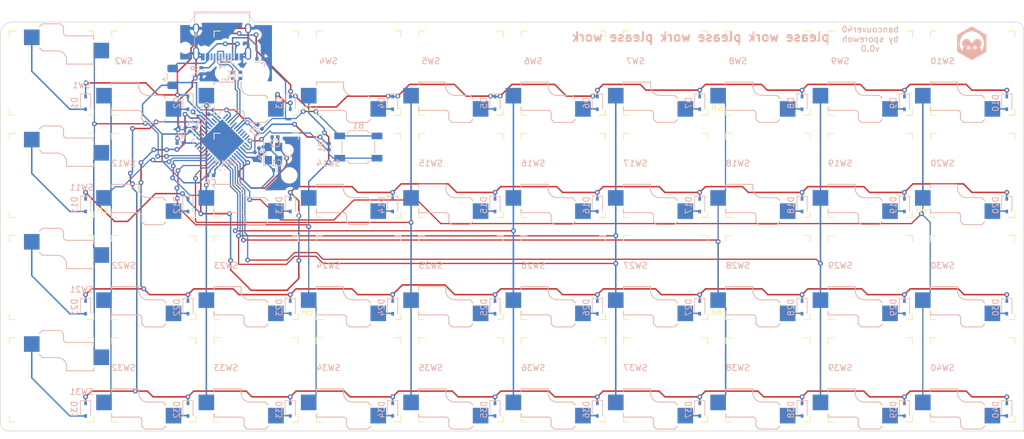
<source format=kicad_pcb>
(kicad_pcb (version 20211014) (generator pcbnew)
  (layers (0 "F.Cu" signal) (31 "B.Cu" signal) (34 "B.Paste" user) (35 "F.Paste" user) (36 "B.SilkS" user "B.Silkscreen") (37 "F.SilkS" user "F.Silkscreen") (38 "B.Mask" user) (39 "F.Mask" user) (44 "Edge.Cuts" user))
  (net 0 "")
  (net 1 "GND")
  (net 2 "Net-(B1-Pad2)")
  (net 3 "Net-(C1-Pad2)")
  (net 4 "Net-(C2-Pad2)")
  (net 5 "Net-(C3-Pad1)")
  (net 6 "+5V")
  (net 7 "row1")
  (net 8 "Net-(D1-Pad2)")
  (net 9 "Net-(D2-Pad2)")
  (net 10 "Net-(D3-Pad2)")
  (net 11 "Net-(D4-Pad2)")
  (net 12 "Net-(D5-Pad2)")
  (net 13 "Net-(D6-Pad2)")
  (net 14 "Net-(D7-Pad2)")
  (net 15 "Net-(D8-Pad2)")
  (net 16 "Net-(D9-Pad2)")
  (net 17 "Net-(D10-Pad2)")
  (net 18 "row2")
  (net 19 "Net-(D11-Pad2)")
  (net 20 "Net-(D12-Pad2)")
  (net 21 "Net-(D13-Pad2)")
  (net 22 "Net-(D14-Pad2)")
  (net 23 "Net-(D15-Pad2)")
  (net 24 "Net-(D16-Pad2)")
  (net 25 "Net-(D17-Pad2)")
  (net 26 "Net-(D18-Pad2)")
  (net 27 "Net-(D19-Pad2)")
  (net 28 "Net-(D20-Pad2)")
  (net 29 "row3")
  (net 30 "Net-(D21-Pad2)")
  (net 31 "Net-(D22-Pad2)")
  (net 32 "Net-(D23-Pad2)")
  (net 33 "Net-(D24-Pad2)")
  (net 34 "Net-(D25-Pad2)")
  (net 35 "Net-(D26-Pad2)")
  (net 36 "Net-(D27-Pad2)")
  (net 37 "Net-(D28-Pad2)")
  (net 38 "Net-(D29-Pad2)")
  (net 39 "Net-(D30-Pad2)")
  (net 40 "row4")
  (net 41 "Net-(D31-Pad2)")
  (net 42 "Net-(D32-Pad2)")
  (net 43 "Net-(D33-Pad2)")
  (net 44 "Net-(D34-Pad2)")
  (net 45 "Net-(D35-Pad2)")
  (net 46 "Net-(D36-Pad2)")
  (net 47 "Net-(D37-Pad2)")
  (net 48 "Net-(D38-Pad2)")
  (net 49 "Net-(D39-Pad2)")
  (net 50 "VBUS")
  (net 51 "Net-(J1-PadA5)")
  (net 52 "D+")
  (net 53 "D-")
  (net 55 "Net-(J1-PadB5)")
  (net 57 "Net-(R6-Pad1)")
  (net 58 "col1")
  (net 59 "col2")
  (net 60 "col3")
  (net 61 "col4")
  (net 62 "col5")
  (net 63 "col6")
  (net 64 "col7")
  (net 65 "col8")
  (net 66 "col9")
  (net 67 "col10")
  (net 68 "Net-(D40-Pad2)")
  (net 80 "D_res+")
  (net 81 "D_res-")
  (footprint "keyswitches:Kailh_socket_PG1350" (layer "F.Cu") (at 150.874929 57.374973)
    (fp_text reference "SW25")
    (fp_text value "SW_Push")
  )
  (footprint "keyswitches:Kailh_socket_PG1350" (layer "F.Cu") (at 184.874913 40.374981)
    (fp_text reference "SW17")
    (fp_text value "SW_Push")
  )
  (footprint "keyswitches:Kailh_socket_PG1350" (layer "F.Cu") (at 116.874945 57.374973)
    (fp_text reference "SW23")
    (fp_text value "SW_Push")
  )
  (footprint "keyswitches:Kailh_socket_PG1350" (layer "F.Cu") (at 167.874921 57.374973)
    (fp_text reference "SW26")
    (fp_text value "SW_Push")
  )
  (footprint "keyswitches:Kailh_socket_PG1350" (layer "F.Cu") (at 116.874945 40.374981)
    (fp_text reference "SW13")
    (fp_text value "SW_Push")
  )
  (footprint "MountingHole:MountingHole_2.2mm_M2_ISO7380" (layer "F.Cu") (at 227.374893 48.874977)
    (fp_text reference "H4")
    (fp_text value "MountingHole")
  )
  (footprint "keyswitches:Kailh_socket_PG1350" (layer "F.Cu") (at 235.874889 40.374981)
    (fp_text reference "SW20")
    (fp_text value "SW_Push")
  )
  (footprint "keyswitches:Kailh_socket_PG1350" (layer "F.Cu") (at 167.874921 40.374981)
    (fp_text reference "SW16")
    (fp_text value "SW_Push")
  )
  (footprint "keyswitches:Kailh_socket_PG1350" (layer "F.Cu") (at 133.874937 23.374989)
    (fp_text reference "SW4")
    (fp_text value "SW_Push")
  )
  (footprint "keyswitches:Kailh_socket_PG1350" (layer "F.Cu") (at 82.874961 23.374989 180)
    (fp_text reference "SW1")
    (fp_text value "SW_Push")
  )
  (footprint "keyswitches:Kailh_socket_PG1350" (layer "F.Cu") (at 218.874897 57.374973)
    (fp_text reference "SW29")
    (fp_text value "SW_Push")
  )
  (footprint "keyswitches:Kailh_socket_PG1350" (layer "F.Cu") (at 150.874929 40.374981)
    (fp_text reference "SW15")
    (fp_text value "SW_Push")
  )
  (footprint "keyswitches:Kailh_socket_PG1350" (layer "F.Cu") (at 133.874937 74.374965)
    (fp_text reference "SW34")
    (fp_text value "SW_Push")
  )
  (footprint "keyswitches:Kailh_socket_PG1350" (layer "F.Cu") (at 167.874921 23.374989)
    (fp_text reference "SW6")
    (fp_text value "SW_Push")
  )
  (footprint "keyswitches:Kailh_socket_PG1350" (layer "F.Cu") (at 235.874889 23.374989)
    (fp_text reference "SW10")
    (fp_text value "SW_Push")
  )
  (footprint "keyswitches:Kailh_socket_PG1350" (layer "F.Cu") (at 116.874945 74.374965)
    (fp_text reference "SW33")
    (fp_text value "SW_Push")
  )
  (footprint "keyswitches:Kailh_socket_PG1350" (layer "F.Cu") (at 184.874913 57.374973)
    (fp_text reference "SW27")
    (fp_text value "SW_Push")
  )
  (footprint "keyswitches:Kailh_socket_PG1350" (layer "F.Cu") (at 235.874889 57.374973)
    (fp_text reference "SW30")
    (fp_text value "SW_Push")
  )
  (footprint "MountingHole:MountingHole_2.2mm_M2_ISO7380" (layer "F.Cu") (at 125.374941 65.874969)
    (fp_text reference "H5")
    (fp_text value "MountingHole")
  )
  (footprint "MountingHole:MountingHole_2.2mm_M2_ISO7380" (layer "F.Cu") (at 193.374909 31.874985)
    (fp_text reference "H2")
    (fp_text value "MountingHole")
  )
  (footprint "keyswitches:Kailh_socket_PG1350" (layer "F.Cu") (at 184.874913 23.374989)
    (fp_text reference "SW7")
    (fp_text value "SW_Push")
  )
  (footprint "keyswitches:Kailh_socket_PG1350" (layer "F.Cu") (at 218.874897 40.374981)
    (fp_text reference "SW19")
    (fp_text value "SW_Push")
  )
  (footprint "keyswitches:Kailh_socket_PG1350" (layer "F.Cu") (at 235.874889 74.374965)
    (fp_text reference "SW40")
    (fp_text value "SW_Push")
  )
  (footprint "MountingHole:MountingHole_2.2mm_M2_ISO7380" (layer "F.Cu") (at 193.374909 65.874969)
    (fp_text reference "H6")
    (fp_text value "MountingHole")
  )
  (footprint "keyswitches:Kailh_socket_PG1350" (layer "F.Cu") (at 133.874937 57.374973)
    (fp_text reference "SW24")
    (fp_text value "SW_Push")
  )
  (footprint "keyswitches:Kailh_socket_PG1350" (layer "F.Cu") (at 99.874953 74.374965)
    (fp_text reference "SW32")
    (fp_text value "SW_Push")
  )
  (footprint "keyswitches:Kailh_socket_PG1350" (layer "F.Cu") (at 150.874929 23.374989)
    (fp_text reference "SW5")
    (fp_text value "SW_Push")
  )
  (footprint "keyswitches:Kailh_socket_PG1350" (layer "F.Cu") (at 82.874961 74.374965 180)
    (fp_text reference "SW31")
    (fp_text value "SW_Push")
  )
  (footprint "keyswitches:Kailh_socket_PG1350" (layer "F.Cu") (at 201.874905 74.374965)
    (fp_text reference "SW38")
    (fp_text value "SW_Push")
  )
  (footprint "keyswitches:Kailh_socket_PG1350" (layer "F.Cu") (at 150.874929 74.374965)
    (fp_text reference "SW35")
    (fp_text value "SW_Push")
  )
  (footprint "keyswitches:Kailh_socket_PG1350" (layer "F.Cu") (at 201.874905 40.374981)
    (fp_text reference "SW18")
    (fp_text value "SW_Push")
  )
  (footprint "keyswitches:Kailh_socket_PG1350" (layer "F.Cu") (at 116.874945 23.374989)
    (fp_text reference "SW3")
    (fp_text value "SW_Push")
  )
  (footprint "keyswitches:Kailh_socket_PG1350" (layer "F.Cu") (at 218.874897 23.374989)
    (fp_text reference "SW9")
    (fp_text value "SW_Push")
  )
  (footprint "keyswitches:Kailh_socket_PG1350" (layer "F.Cu") (at 133.874937 40.374981)
    (fp_text reference "SW14")
    (fp_text value "SW_Push")
  )
  (footprint "keyswitches:Kailh_socket_PG1350" (layer "F.Cu") (at 82.874961 57.374973 180)
    (fp_text reference "SW21")
    (fp_text value "SW_Push")
  )
  (footprint "keyswitches:Kailh_socket_PG1350" (layer "F.Cu") (at 99.874953 23.374989)
    (fp_text reference "SW2")
    (fp_text value "SW_Push")
  )
  (footprint "keyswitches:Kailh_socket_PG1350" (layer "F.Cu") (at 99.874953 40.374981)
    (fp_text reference "SW12")
    (fp_text value "SW_Push")
  )
  (footprint "keyswitches:Kailh_socket_PG1350" (layer "F.Cu") (at 167.874921 74.374965)
    (fp_text reference "SW36")
    (fp_text value "SW_Push")
  )
  (footprint "keyswitches:Kailh_socket_PG1350" (layer "F.Cu") (at 99.874953 57.374973)
    (fp_text reference "SW22")
    (fp_text value "SW_Push")
  )
  (footprint "keyswitches:Kailh_socket_PG1350" (layer "F.Cu") (at 201.874905 57.374973)
    (fp_text reference "SW28")
    (fp_text value "SW_Push")
  )
  (footprint "MountingHole:MountingHole_2.2mm_M2_ISO7380" (layer "F.Cu") (at 91.374957 48.874977)
    (fp_text reference "H3")
    (fp_text value "MountingHole")
  )
  (footprint "keyswitches:Kailh_socket_PG1350" (layer "F.Cu") (at 184.874913 74.374965)
    (fp_text reference "SW37")
    (fp_text value "SW_Push")
  )
  (footprint "keyswitches:Kailh_socket_PG1350" (layer "F.Cu") (at 82.874961 40.374981 180)
    (fp_text reference "SW11")
    (fp_text value "SW_Push")
  )
  (footprint "keyswitches:Kailh_socket_PG1350" (layer "F.Cu") (at 218.874897 74.374965)
    (fp_text reference "SW39")
    (fp_text value "SW_Push")
  )
  (footprint "MountingHole:MountingHole_2.2mm_M2_ISO7380" (layer "F.Cu") (at 125.374941 31.874985)
    (fp_text reference "H1")
    (fp_text value "MountingHole")
  )
  (footprint "keyswitches:Kailh_socket_PG1350" (layer "F.Cu") (at 201.874905 23.374989)
    (fp_text reference "SW8")
    (fp_text value "SW_Push")
  )
  (footprint "Diode_SMD:D_SOD-323" (layer "B.Cu") (at 156.541593 79.333296 -90)
    (fp_text reference "D35")
    (fp_text value "D_Small")
  )
  (footprint "Diode_SMD:D_SOD-323" (layer "B.Cu") (at 88.541625 79.333296 -90)
    (fp_text reference "D31")
    (fp_text value "D_Small")
  )
  (footprint "Diode_SMD:D_SOD-323" (layer "B.Cu") (at 241.541553 62.333304 -90)
    (fp_text reference "D30")
    (fp_text value "D_Small")
  )
  (footprint "Diode_SMD:D_SOD-323" (layer "B.Cu") (at 139.541601 79.333296 -90)
    (fp_text reference "D34")
    (fp_text value "D_Small")
  )
  (footprint "Capacitor_SMD:C_0402_1005Metric" (layer "B.Cu") (at 105.5 32.75 135)
    (fp_text reference "C5")
    (fp_text value "0.1uF")
  )
  (footprint "Resistor_SMD:R_0402_1005Metric" (layer "B.Cu") (at 114.25 23.75 -90)
    (fp_text reference "R4")
    (fp_text value "22")
  )
  (footprint "Diode_SMD:D_SOD-323" (layer "B.Cu") (at 88.541625 45.333312 -90)
    (fp_text reference "D11")
    (fp_text value "D_Small")
  )
  (footprint "Diode_SMD:D_SOD-323" (layer "B.Cu") (at 207.541569 28.33332 -90)
    (fp_text reference "D8")
    (fp_text value "D_Small")
  )
  (footprint "Diode_SMD:D_SOD-323" (layer "B.Cu") (at 105.541617 62.333304 -90)
    (fp_text reference "D22")
    (fp_text value "D_Small")
  )
  (footprint "Diode_SMD:D_SOD-323" (layer "B.Cu") (at 139.541601 62.333304 -90)
    (fp_text reference "D24")
    (fp_text value "D_Small")
  )
  (footprint "Capacitor_SMD:C_0402_1005Metric" (layer "B.Cu") (at 117 36.2 45)
    (fp_text reference "C4")
    (fp_text value "0.1uF")
  )
  (footprint "Package_DFN_QFN:QFN-44-1EP_7x7mm_P0.5mm_EP5.2x5.2mm" (layer "B.Cu") (at 111.208281 34.708317 -135)
    (fp_text reference "U1")
    (fp_text value "ATmega32U4-M")
  )
  (footprint "Diode_SMD:D_SOD-323" (layer "B.Cu") (at 190.541577 62.333304 -90)
    (fp_text reference "D27")
    (fp_text value "D_Small")
  )
  (footprint "Diode_SMD:D_SOD-323" (layer "B.Cu") (at 139.541601 28.33332 -90)
    (fp_text reference "D4")
    (fp_text value "D_Small")
  )
  (footprint "Diode_SMD:D_SOD-323" (layer "B.Cu") (at 241.541553 79.333296 -90)
    (fp_text reference "D40")
    (fp_text value "D_Small")
  )
  (footprint "Diode_SMD:D_SOD-323" (layer "B.Cu") (at 224.541561 62.333304 -90)
    (fp_text reference "D29")
    (fp_text value "D_Small")
  )
  (footprint "Diode_SMD:D_SOD-323" (layer "B.Cu") (at 207.541569 62.333304 -90)
    (fp_text reference "D28")
    (fp_text value "D_Small")
  )
  (footprint "Diode_SMD:D_SOD-323" (layer "B.Cu") (at 122.541609 79.333296 -90)
    (fp_text reference "D33")
    (fp_text value "D_Small")
  )
  (footprint "Diode_SMD:D_SOD-323" (layer "B.Cu") (at 156.541593 45.333312 -90)
    (fp_text reference "D15")
    (fp_text value "D_Small")
  )
  (footprint "Diode_SMD:D_SOD-323" (layer "B.Cu") (at 224.541561 28.33332 -90)
    (fp_text reference "D9")
    (fp_text value "D_Small")
  )
  (footprint "Diode_SMD:D_SOD-323" (layer "B.Cu") (at 88.541625 62.333304 -90)
    (fp_text reference "D21")
    (fp_text value "D_Small")
  )
  (footprint "Capacitor_SMD:C_0402_1005Metric" (layer "B.Cu") (at 120 34)
    (fp_text reference "C2")
    (fp_text value "22pF")
  )
  (footprint "Crystal:Crystal_SMD_3225-4Pin_3.2x2.5mm" (layer "B.Cu") (at 119.75 36.75 90)
    (fp_text reference "Y1")
    (fp_text value "16MHz")
  )
  (footprint "Diode_SMD:D_SOD-323" (layer "B.Cu") (at 105.541617 79.333296 -90)
    (fp_text reference "D32")
    (fp_text value "D_Small")
  )
  (footprint "Resistor_SMD:R_0402_1005Metric" (layer "B.Cu") (at 113 23.75 -90)
    (fp_text reference "R5")
    (fp_text value "22")
  )
  (footprint "Diode_SMD:D_SOD-323" (layer "B.Cu") (at 224.541561 45.333312 -90)
    (fp_text reference "D19")
    (fp_text value "D_Small")
  )
  (footprint "Diode_SMD:D_SOD-323" (layer "B.Cu") (at 241.541553 28.33332 -90)
    (fp_text reference "D10")
    (fp_text value "D_Small")
  )
  (footprint "Diode_SMD:D_SOD-323" (layer "B.Cu") (at 139.541601 45.333312 -90)
    (fp_text reference "D14")
    (fp_text value "D_Small")
  )
  (footprint "Diode_SMD:D_SOD-323" (layer "B.Cu") (at 173.541585 28.33332 -90)
    (fp_text reference "D6")
    (fp_text value "D_Small")
  )
  (footprint "Capacitor_SMD:C_0402_1005Metric" (layer "B.Cu") (at 109.35 29.875 -135)
    (fp_text reference "C7")
    (fp_text value "10uF")
  )
  (footprint "Diode_SMD:D_SOD-323" (layer "B.Cu") (at 207.541569 45.333312 -90)
    (fp_text reference "D18")
    (fp_text value "D_Small")
  )
  (footprint "Resistor_SMD:R_0402_1005Metric" (layer "B.Cu") (at 104.25 35 180)
    (fp_text reference "R6")
    (fp_text value "10k")
  )
  (footprint "Diode_SMD:D_SOD-323" (layer "B.Cu") (at 173.541585 45.333312 -90)
    (fp_text reference "D16")
    (fp_text value "D_Small")
  )
  (footprint "Diode_SMD:D_SOD-323" (layer "B.Cu") (at 122.541609 45.333312 -90)
    (fp_text reference "D13")
    (fp_text value "D_Small")
  )
  (footprint "Diode_SMD:D_SOD-323" (layer "B.Cu") (at 156.541593 62.333304 -90)
    (fp_text reference "D25")
    (fp_text value "D_Small")
  )
  (footprint "Button_Switch_SMD:SW_SPST_SKQG_WithoutStem" (layer "B.Cu") (at 133.84 35.67 180)
    (fp_text reference "B1")
    (fp_text value "SW_Push")
  )
  (footprint "Diode_SMD:D_SOD-323" (layer "B.Cu") (at 173.541585 62.333304 -90)
    (fp_text reference "D26")
    (fp_text value "D_Small")
  )
  (footprint "Diode_SMD:D_SOD-323" (layer "B.Cu") (at 88.541625 28.33332 -90)
    (fp_text reference "D1")
    (fp_text value "D_Small")
  )
  (footprint "Diode_SMD:D_SOD-323" (layer "B.Cu") (at 122.541609 28.33332 -90)
    (fp_text reference "D3")
    (fp_text value "D_Small")
  )
  (footprint "Capacitor_SMD:C_0402_1005Metric" (layer "B.Cu") (at 109.311615 40.374981)
    (fp_text reference "C6")
    (fp_text value "0.1uF")
  )
  (footprint "Diode_SMD:D_SOD-323" (layer "B.Cu") (at 190.541577 28.33332 -90)
    (fp_text reference "D7")
    (fp_text value "D_Small")
  )
  (footprint "Resistor_SMD:R_0402_1005Metric" (layer "B.Cu") (at 117.5 21)
    (fp_text reference "R3")
    (fp_text value "5k1")
  )
  (footprint "Diode_SMD:D_SOD-323" (layer "B.Cu") (at 122.541609 62.333304 -90)
    (fp_text reference "D23")
    (fp_text value "D_Small")
  )
  (footprint "Capacitor_SMD:C_0402_1005Metric" (layer "B.Cu") (at 120.25 39.5 180)
    (fp_text reference "C1")
    (fp_text value "22pF")
  )
  (footprint "Diode_SMD:D_SOD-323" (layer "B.Cu") (at 190.541577 45.333312 -90)
    (fp_text reference "D17")
    (fp_text value "D_Small")
  )
  (footprint "Connector_USB:USB_C_Receptacle_XKB_U262-16XN-4BVC11" (layer "B.Cu") (at 111.208281 16.999992)
    (fp_text reference "J1")
    (fp_text value "USB_C_Receptacle_USB2.0")
  )
  (footprint "Diode_SMD:D_SOD-323" (layer "B.Cu") (at 105.541617 45.333312 -90)
    (fp_text reference "D12")
    (fp_text value "D_Small")
  )
  (footprint "Diode_SMD:D_SOD-323" (layer "B.Cu") (at 156.541593 28.33332 -90)
    (fp_text reference "D5")
    (fp_text value "D_Small")
  )
  (footprint "Diode_SMD:D_SOD-323" (layer "B.Cu") (at 190.541577 79.333296 -90)
    (fp_text reference "D37")
    (fp_text value "D_Small")
  )
  (footprint "Diode_SMD:D_SOD-323" (layer "B.Cu") (at 173.541585 79.333296 -90)
    (fp_text reference "D36")
    (fp_text value "D_Small")
  )
  (footprint "Fuse:Fuse_1206_3216Metric" (layer "B.Cu") (at 103 24 -90)
    (fp_text reference "F1")
    (fp_text value "500mA")
  )
  (footprint "Capacitor_SMD:C_0402_1005Metric" (layer "B.Cu") (at 117.48 32.32 -45)
    (fp_text reference "C3")
    (fp_text value "1uF")
  )
  (footprint "Resistor_SMD:R_0402_1005Metric" (layer "B.Cu") (at 107.75 22.99 -90)
    (fp_text reference "R2")
    (fp_text value "5k1")
  )
  (footprint "Diode_SMD:D_SOD-323" (layer "B.Cu") (at 224.541561 79.333296 -90)
    (fp_text reference "D39")
    (fp_text value "D_Small")
  )
  (footprint "Resistor_SMD:R_0402_1005Metric" (layer "B.Cu") (at 128.95 35.61 -90)
    (fp_text reference "R1")
    (fp_text value "10k")
  )
  (footprint "Diode_SMD:D_SOD-323" (layer "B.Cu") (at 241.541553 45.333312 -90)
    (fp_text reference "D20")
    (fp_text value "D_Small")
  )
  (footprint "Diode_SMD:D_SOD-323" (layer "B.Cu") (at 207.541569 79.333296 -90)
    (fp_text reference "D38")
    (fp_text value "D_Small")
  )
  (footprint "Diode_SMD:D_SOD-323" (layer "B.Cu") (at 105.541617 28.33332 -90)
    (fp_text reference "D2")
    (fp_text value "D_Small")
  )
  (gr_poly (pts (xy 233.306318 17.015829) (xy 233.306317 19.822745) (xy 235.737177 21.226202) (xy 238.168034 19.822746) (xy 238.168035 18.462864) (xy 237.75968 18.462864) (xy 237.757834 18.55001) (xy 237.752344 18.636217) (xy 237.743285 18.721413) (xy 237.730732 18.805521) (xy 237.714759 18.888467) (xy 237.695442 18.970177) (xy 237.672854 19.050576) (xy 237.647071 19.129589) (xy 237.618168 19.207141) (xy 237.586218 19.283159) (xy 237.551296 19.357567) (xy 237.513478 19.43029) (xy 237.472838 19.501254) (xy 237.42945 19.570385) (xy 237.383389 19.637607) (xy 237.33473 19.702846) (xy 237.32785 19.655188) (xy 237.319589 19.60799) (xy 237.309966 19.561272) (xy 237.299004 19.515056) (xy 237.286724 19.469363) (xy 237.273148 19.424214) (xy 237.258296 19.379631) (xy 237.24219 19.335635) (xy 237.224852 19.292248) (xy 237.206302 19.24949) (xy 237.186561 19.207382) (xy 237.165652 19.165948) (xy 237.157069 19.150093) (xy 236.665217 19.150093) (xy 236.665123 19.153913) (xy 236.664843 19.157685) (xy 236.664382 19.161404) (xy 236.663745 19.165066) (xy 236.662935 19.168666) (xy 236.661957 19.172199) (xy 236.660816 19.175662) (xy 236.659516 19.179049) (xy 236.658062 19.182357) (xy 236.656457 19.185581) (xy 236.654707 19.188716) (xy 236.652816 19.191758) (xy 236.650788 19.194703) (xy 236.648628 19.197545) (xy 236.64634 19.200282) (xy 236.643929 19.202908) (xy 236.641399 19.205418) (xy 236.638754 19.207809) (xy 236.636 19.210076) (xy 236.63314 19.212214) (xy 236.630178 19.214219) (xy 236.62712 19.216087) (xy 236.62397 19.217813) (xy 236.620732 19.219392) (xy 236.61741 19.220821) (xy 236.61401 19.222094) (xy 236.610535 19.223208) (xy 236.60699 19.224158) (xy 236.60338 19.224939) (xy 236.599708 19.225548) (xy 236.59598 19.225978) (xy 236.5922 19.226227) (xy 236.5922 19.226293) (xy 236.350347 19.226293) (xy 236.350347 19.468144) (xy 236.350283 19.468144) (xy 236.350034 19.471925) (xy 236.349603 19.475653) (xy 236.348995 19.479325) (xy 236.348213 19.482935) (xy 236.347264 19.48648) (xy 236.34615 19.489955) (xy 236.344876 19.493355) (xy 236.343447 19.496677) (xy 236.341868 19.499915) (xy 236.340142 19.503065) (xy 236.338274 19.506123) (xy 236.336269 19.509085) (xy 236.334131 19.511945) (xy 236.331864 19.514699) (xy 236.329473 19.517344) (xy 236.326963 19.519874) (xy 236.324337 19.522285) (xy 236.3216 19.524573) (xy 236.318758 19.526733) (xy 236.315813 19.528761) (xy 236.312771 19.530652) (xy 236.309636 19.532402) (xy 236.306412 19.534007) (xy 236.303104 19.535461) (xy 236.299717 19.536761) (xy 236.296254 19.537902) (xy 236.292721 19.53888) (xy 236.289121 19.53969) (xy 236.285459 19.540327) (xy 236.28174 19.540788) (xy 236.277968 19.541068) (xy 236.274147 19.541162) (xy 236.270327 19.541068) (xy 236.266555 19.540788) (xy 236.262836 19.540327) (xy 236.259174 19.53969) (xy 236.255575 19.53888) (xy 236.252041 19.537902) (xy 236.248579 19.536761) (xy 236.245191 19.535461) (xy 236.241884 19.534007) (xy 236.23866 19.532402) (xy 236.235525 19.530652) (xy 236.232483 19.528761) (xy 236.229538 19.526733) (xy 236.226696 19.524573) (xy 236.223959 19.522285) (xy 236.221333 19.519874) (xy 236.218823 19.517344) (xy 236.216432 19.514699) (xy 236.214165 19.511945) (xy 236.212027 19.509085) (xy 236.210022 19.506123) (xy 236.208154 19.503065) (xy 236.206429 19.499915) (xy 236.204849 19.496677) (xy 236.20342 19.493355) (xy 236.202147 19.489955) (xy 236.201033 19.48648) (xy 236.200083 19.482935) (xy 236.199302 19.479325) (xy 236.198693 19.475653) (xy 236.198263 19.471925) (xy 236.198014 19.468144) (xy 236.197948 19.468144) (xy 236.197948 19.374223) (xy 235.499025 19.374223) (xy 235.498874 19.377784) (xy 235.498556 19.381337) (xy 235.498074 19.384875) (xy 235.497425 19.388391) (xy 235.496611 19.391879) (xy 235.495632 19.395333) (xy 235.494487 19.398747) (xy 235.493177 19.402115) (xy 235.4917 19.405429) (xy 235.490059 19.408684) (xy 235.488252 19.411874) (xy 235.486279 19.414992) (xy 235.484141 19.418032) (xy 235.481837 19.420988) (xy 235.479367 19.423853) (xy 235.476732 19.426622) (xy 235.473964 19.429256) (xy 235.471099 19.431726) (xy 235.468143 19.43403) (xy 235.465103 19.436168) (xy 235.461985 19.438141) (xy 235.458795 19.439948) (xy 235.45554 19.441589) (xy 235.452225 19.443065) (xy 235.448858 19.444376) (xy 235.445444 19.445521) (xy 235.44199 19.4465) (xy 235.438501 19.447314) (xy 235.434985 19.447962) (xy 235.431448 19.448445) (xy 235.427895 19.448762) (xy 235.424333 19.448914) (xy 235.420769 19.4489) (xy 235.417209 19.44872) (xy 235.413658 19.448375) (xy 235.410124 19.447865) (xy 235.406612 19.447189) (xy 235.403129 19.446347) (xy 235.399681 19.44534) (xy 235.396274 19.444167) (xy 235.392915 19.442829) (xy 235.38961 19.441325) (xy 235.386366 19.439655) (xy 235.383187 19.43782) (xy 235.380082 19.43582) (xy 235.377056 19.433654) (xy 235.374115 19.431322) (xy 235.371266 19.428825) (xy 235.371254 19.428836) (xy 235.371242 19.428848) (xy 235.37122 19.428871) (xy 235.200204 19.257856) (xy 235.031439 19.426622) (xy 235.029189 19.428871) (xy 235.029177 19.42886) (xy 235.029166 19.428848) (xy 235.029154 19.428836) (xy 235.029149 19.42883) (xy 235.029143 19.428825) (xy 235.026294 19.431322) (xy 235.023353 19.433654) (xy 235.020326 19.43582) (xy 235.017221 19.43782) (xy 235.014043 19.439655) (xy 235.010798 19.441325) (xy 235.007493 19.442829) (xy 235.004134 19.444167) (xy 235.000727 19.44534) (xy 234.997279 19.446347) (xy 234.993796 19.447189) (xy 234.990284 19.447865) (xy 234.98675 19.448375) (xy 234.983199 19.44872) (xy 234.979639 19.4489) (xy 234.976074 19.448914) (xy 234.972513 19.448762) (xy 234.96896 19.448445) (xy 234.965422 19.447962) (xy 234.961906 19.447314) (xy 234.958418 19.4465) (xy 234.954964 19.445521) (xy 234.95155 19.444376) (xy 234.948182 19.443065) (xy 234.944868 19.441589) (xy 234.941613 19.439948) (xy 234.938423 19.438141) (xy 234.935305 19.436168) (xy 234.932265 19.43403) (xy 234.929309 19.431726) (xy 234.926444 19.429256) (xy 234.923676 19.426622) (xy 234.921041 19.423853) (xy 234.918571 19.420988) (xy 234.916268 19.418032) (xy 234.914129 19.414992) (xy 234.912157 19.411874) (xy 234.910349 19.408684) (xy 234.908708 19.405429) (xy 234.907232 19.402115) (xy 234.905921 19.398747) (xy 234.904776 19.395333) (xy 234.903797 19.391879) (xy 234.902983 19.388391) (xy 234.902335 19.384875) (xy 234.901852 19.381337) (xy 234.901535 19.377784) (xy 234.901383 19.374223) (xy 234.901397 19.370659) (xy 234.901577 19.367098) (xy 234.901922 19.363547) (xy 234.902432 19.360013) (xy 234.903108 19.356501) (xy 234.90395 19.353018) (xy 234.904957 19.34957) (xy 234.90613 19.346164) (xy 234.907468 19.342805) (xy 234.908972 19.3395) (xy 234.910642 19.336255) (xy 234.912477 19.333077) (xy 234.914477 19.329971) (xy 234.916643 19.326945) (xy 234.918975 19.324004) (xy 234.921472 19.321155) (xy 234.921426 19.321108) (xy 234.923676 19.318858) (xy 235.092442 19.150093) (xy 234.923676 18.981328) (xy 234.921426 18.979078) (xy 234.921437 18.979066) (xy 234.921449 18.979055) (xy 234.921461 18.979043) (xy 234.921472 18.979032) (xy 234.918975 18.976182) (xy 234.916643 18.973241) (xy 234.914477 18.970215) (xy 234.912477 18.96711) (xy 234.910642 18.963932) (xy 234.908972 18.960687) (xy 234.907468 18.957382) (xy 234.90613 18.954023) (xy 234.904957 18.950616) (xy 234.90395 18.947168) (xy 234.903108 18.943685) (xy 234.902432 18.940174) (xy 234.901922 18.936639) (xy 234.901577 18.933089) (xy 234.901397 18.929528) (xy 234.901383 18.925964) (xy 234.901535 18.922402) (xy 234.901852 18.918849) (xy 234.902335 18.915312) (xy 234.902983 18.911796) (xy 234.903797 18.908307) (xy 234.904776 18.904853) (xy 234.905921 18.901439) (xy 234.907232 18.898072) (xy 234.908708 18.894757) (xy 234.910349 18.891502) (xy 234.912157 18.888312) (xy 234.914129 18.885194) (xy 234.916268 18.882154) (xy 234.918571 18.879198) (xy 234.921041 18.876333) (xy 234.923676 18.873565) (xy 234.926444 18.87093) (xy 234.929309 18.868461) (xy 234.932265 18.866157) (xy 234.935305 18.864018) (xy 234.938423 18.862046) (xy 234.941613 18.860238) (xy 234.944868 18.858597) (xy 234.948183 18.857121) (xy 234.95155 18.85581) (xy 234.954964 18.854665) (xy 234.958418 18.853686) (xy 234.961907 18.852872) (xy 234.965423 18.852224) (xy 234.96896 18.851741) (xy 234.972513 18.851424) (xy 234.976075 18.851272) (xy 234.979639 18.851286) (xy 234.983199 18.851465) (xy 234.98675 18.85181) (xy 234.990284 18.852321) (xy 234.993796 18.852997) (xy 234.997279 18.853839) (xy 235.000727 18.854846) (xy 235.004134 18.856019) (xy 235.007493 18.857357) (xy 235.010798 18.858861) (xy 235.014043 18.86053) (xy 235.017221 18.862365) (xy 235.020326 18.864366) (xy 235.023353 18.866532) (xy 235.026294 18.868864) (xy 235.029143 18.871361) (xy 235.029166 18.871338) (xy 235.029172 18.871332) (xy 235.029178 18.871326) (xy 235.029184 18.87132) (xy 235.02919 18.871314) (xy 235.031372 18.873498) (xy 235.031389 18.873515) (xy 235.031405 18.873532) (xy 235.031438 18.873565) (xy 235.200204 19.04233) (xy 235.368969 18.873564) (xy 235.37122 18.871314) (xy 235.371266 18.871361) (xy 235.374115 18.868864) (xy 235.377056 18.866532) (xy 235.380082 18.864366) (xy 235.383187 18.862365) (xy 235.386366 18.86053) (xy 235.38961 18.858861) (xy 235.392915 18.857357) (xy 235.396274 18.856019) (xy 235.399681 18.854846) (xy 235.403129 18.853839) (xy 235.406612 18.852997) (xy 235.410124 18.852321) (xy 235.413658 18.85181) (xy 235.417209 18.851465) (xy 235.420769 18.851286) (xy 235.424333 18.851272) (xy 235.427895 18.851423) (xy 235.431448 18.851741) (xy 235.434985 18.852223) (xy 235.438501 18.852872) (xy 235.44199 18.853685) (xy 235.445444 18.854665) (xy 235.448858 18.85581) (xy 235.452225 18.85712) (xy 235.45554 18.858596) (xy 235.458795 18.860238) (xy 235.461985 18.862045) (xy 235.465103 18.864018) (xy 235.468143 18.866156) (xy 235.471099 18.86846) (xy 235.473964 18.870929) (xy 235.476732 18.873564) (xy 235.479367 18.876333) (xy 235.481837 18.879198) (xy 235.484141 18.882154) (xy 235.486279 18.885194) (xy 235.488252 18.888312) (xy 235.490059 18.891502) (xy 235.4917 18.894757) (xy 235.493177 18.898071) (xy 235.494487 18.901439) (xy 235.495632 18.904853) (xy 235.496611 18.908307) (xy 235.497425 18.911795) (xy 235.498074 18.915311) (xy 235.498556 18.918849) (xy 235.498874 18.922402) (xy 235.499025 18.925963) (xy 235.499011 18.929528) (xy 235.498832 18.933088) (xy 235.498487 18.936639) (xy 235.497976 18.940173) (xy 235.4973 18.943685) (xy 235.496458 18.947168) (xy 235.495451 18.950616) (xy 235.494278 18.954023) (xy 235.49294 18.957382) (xy 235.491436 18.960687) (xy 235.489767 18.963931) (xy 235.487932 18.96711) (xy 235.485931 18.970215) (xy 235.483765 18.973241) (xy 235.481434 18.976182) (xy 235.478936 18.979032) (xy 235.478982 18.979078) (xy 235.476732 18.981327) (xy 235.307967 19.150093) (xy 235.478982 19.321108) (xy 235.478936 19.321155) (xy 235.481434 19.324004) (xy 235.483765 19.326945) (xy 235.485931 19.329971) (xy 235.487932 19.333077) (xy 235.489767 19.336255) (xy 235.491436 19.3395) (xy 235.49294 19.342805) (xy 235.494278 19.346164) (xy 235.495451 19.34957) (xy 235.496458 19.353018) (xy 235.4973 19.356501) (xy 235.497976 19.360013) (xy 235.498487 19.363547) (xy 235.498832 19.367098) (xy 235.499011 19.370659) (xy 235.499025 19.374223) (xy 236.197948 19.374223) (xy 236.197948 19.226293) (xy 235.956096 19.226293) (xy 235.956096 19.226227) (xy 235.952315 19.225978) (xy 235.948587 19.225548) (xy 235.944916 19.224939) (xy 235.941305 19.224158) (xy 235.93776 19.223208) (xy 235.934286 19.222094) (xy 235.930885 19.220821) (xy 235.927564 19.219392) (xy 235.924326 19.217813) (xy 235.921175 19.216087) (xy 235.918117 19.214219) (xy 235.915156 19.212214) (xy 235.912296 19.210076) (xy 235.909541 19.207809) (xy 235.906897 19.205418) (xy 235.904366 19.202908) (xy 235.901955 19.200282) (xy 235.899667 19.197545) (xy 235.897507 19.194703) (xy 235.895479 19.191758) (xy 235.893588 19.188716) (xy 235.891838 19.185581) (xy 235.890234 19.182357) (xy 235.888779 19.179049) (xy 235.887479 19.175662) (xy 235.886338 19.172199) (xy 235.885361 19.168666) (xy 235.884551 19.165066) (xy 235.883913 19.161404) (xy 235.883452 19.157685) (xy 235.883172 19.153913) (xy 235.883078 19.150093) (xy 235.883172 19.146272) (xy 235.883452 19.1425) (xy 235.883913 19.138781) (xy 235.884551 19.135119) (xy 235.885361 19.131519) (xy 235.886338 19.127986) (xy 235.887479 19.124523) (xy 235.888779 19.121136) (xy 235.890234 19.117828) (xy 235.891838 19.114604) (xy 235.893588 19.111469) (xy 235.895479 19.108427) (xy 235.897507 19.105482) (xy 235.899667 19.10264) (xy 235.901955 19.099903) (xy 235.904366 19.097277) (xy 235.906897 19.094767) (xy 235.909541 19.092376) (xy 235.912296 19.090109) (xy 235.915156 19.087971) (xy 235.918117 19.085966) (xy 235.921175 19.084098) (xy 235.924326 19.082373) (xy 235.927564 19.080793) (xy 235.930885 19.079364) (xy 235.934286 19.078091) (xy 235.93776 19.076977) (xy 235.941305 19.076027) (xy 235.944916 19.075246) (xy 235.948587 19.074637) (xy 235.952315 19.074207) (xy 235.956096 19.073958) (xy 235.956096 19.073893) (xy 235.959184 19.073894) (xy 236.197948 19.073894) (xy 236.197948 18.832041) (xy 236.198013 18.832041) (xy 236.198262 18.82826) (xy 236.198693 18.824532) (xy 236.199301 18.82086) (xy 236.200082 18.81725) (xy 236.201032 18.813705) (xy 236.202146 18.81023) (xy 236.20342 18.80683) (xy 236.204848 18.803508) (xy 236.206428 18.80027) (xy 236.208154 18.79712) (xy 236.210022 18.794062) (xy 236.212027 18.791101) (xy 236.214165 18.78824) (xy 236.216432 18.785486) (xy 236.218823 18.782841) (xy 236.221333 18.780311) (xy 236.223959 18.7779) (xy 236.226695 18.775612) (xy 236.229538 18.773452) (xy 236.232483 18.771424) (xy 236.235525 18.769533) (xy 236.23866 18.767783) (xy 236.241884 18.766178) (xy 236.245191 18.764724) (xy 236.248579 18.763424) (xy 236.252041 18.762283) (xy 236.255575 18.761305) (xy 236.259174 18.760495) (xy 236.262836 18.759858) (xy 236.266555 18.759397) (xy 236.270327 18.759117) (xy 236.274147 18.759023) (xy 236.277968 18.759117) (xy 236.28174 18.759397) (xy 236.285459 18.759858) (xy 236.289121 18.760495) (xy 236.292721 18.761305) (xy 236.296254 18.762283) (xy 236.299717 18.763424) (xy 236.303104 18.764724) (xy 236.306412 18.766178) (xy 236.309636 18.767783) (xy 236.312771 18.769533) (xy 236.315813 18.771424) (xy 236.318758 18.773452) (xy 236.3216 18.775612) (xy 236.324337 18.7779) (xy 236.326963 18.780311) (xy 236.329473 18.782841) (xy 236.331864 18.785486) (xy 236.334131 18.78824) (xy 236.336269 18.791101) (xy 236.338274 18.794062) (xy 236.340142 18.79712) (xy 236.341868 18.80027) (xy 236.343447 18.803508) (xy 236.344876 18.80683) (xy 236.34615 18.81023) (xy 236.347264 18.813705) (xy 236.348213 18.81725) (xy 236.348995 18.82086) (xy 236.349603 18.824532) (xy 236.350034 18.82826) (xy 236.350283 18.832041) (xy 236.350347 18.832041) (xy 236.350347 19.073893) (xy 236.5922 19.073893) (xy 236.5922 19.073958) (xy 236.59598 19.074207) (xy 236.599708 19.074638) (xy 236.60338 19.075246) (xy 236.606991 19.076028) (xy 236.610535 19.076977) (xy 236.61401 19.078091) (xy 236.617411 19.079365) (xy 236.620732 19.080794) (xy 236.62397 19.082373) (xy 236.62712 19.084099) (xy 236.630179 19.085967) (xy 236.63314 19.087972) (xy 236.636 19.09011) (xy 236.638755 19.092377) (xy 236.641399 19.094768) (xy 236.643929 19.097278) (xy 236.646341 19.099904) (xy 236.648628 19.10264) (xy 236.650789 19.105483) (xy 236.652816 19.108428) (xy 236.654707 19.11147) (xy 236.656457 19.114605) (xy 236.658062 19.117828) (xy 236.659516 19.121136) (xy 236.660816 19.124524) (xy 236.661957 19.127986) (xy 236.662935 19.13152) (xy 236.663745 19.135119) (xy 236.664382 19.138781) (xy 236.664843 19.1425) (xy 236.665123 19.146272) (xy 236.665217 19.150093) (xy 237.157069 19.150093) (xy 237.143596 19.125206) (xy 237.120414 19.08518) (xy 237.096126 19.04589) (xy 237.070755 19.007357) (xy 237.102827 18.981743) (xy 237.133376 18.954384) (xy 237.162326 18.925354) (xy 237.189602 18.89473) (xy 237.215129 18.862586) (xy 237.238831 18.828997) (xy 237.260633 18.794039) (xy 237.28046 18.757788) (xy 237.298237 18.720318) (xy 237.313888 18.681705) (xy 237.327337 18.642025) (xy 237.33851 18.601352) (xy 237.347331 18.559761) (xy 237.353726 18.517329) (xy 237.357617 18.474131) (xy 237.358931 18.430241) (xy 237.358932 18.430241) (xy 237.357991 18.393099) (xy 237.355201 18.356443) (xy 237.350606 18.320317) (xy 237.344252 18.284768) (xy 237.336185 18.249841) (xy 237.326449 18.215581) (xy 237.315091 18.182035) (xy 237.302155 18.149246) (xy 237.287688 18.117262) (xy 237.271734 18.086127) (xy 237.25434 18.055887) (xy 237.235551 18.026588) (xy 237.215412 17.998274) (xy 237.193968 17.970992) (xy 237.171266 17.944786) (xy 237.147351 17.919703) (xy 237.122267 17.895787) (xy 237.096062 17.873085) (xy 237.068779 17.851642) (xy 237.040466 17.831503) (xy 237.011166 17.812713) (xy 236.980926 17.795319) (xy 236.949791 17.779366) (xy 236.917807 17.764898) (xy 236.885019 17.751963) (xy 236.851472 17.740605) (xy 236.817213 17.730869) (xy 236.782285 17.722801) (xy 236.746736 17.716447) (xy 236.710611 17.711852) (xy 236.673954 17.709062) (xy 236.636812 17.708122) (xy 236.60344 17.708881) (xy 236.570456 17.711135) (xy 236.537892 17.714851) (xy 236.505782 17.719997) (xy 236.474158 17.72654) (xy 236.443054 17.734446) (xy 236.412502 17.743683) (xy 236.382535 17.754218) (xy 236.353187 17.766018) (xy 236.32449 17.779049) (xy 236.296477 17.79328) (xy 236.269181 17.808677) (xy 236.242634 17.825207) (xy 236.216871 17.842837) (xy 236.191923 17.861535) (xy 236.167825 17.881267) (xy 236.144608 17.902) (xy 236.122305 17.923702) (xy 236.10095 17.946339) (xy 236.080575 17.969879) (xy 236.061214 17.994289) (xy 236.042899 18.019536) (xy 236.025664 18.045587) (xy 236.00954 18.072408) (xy 235.994562 18.099968) (xy 235.980761 18.128232) (xy 235.968172 18.157169) (xy 235.956826 18.186745) (xy 235.946757 18.216927) (xy 235.937998 18.247683) (xy 235.930582 18.278979) (xy 235.924541 18.310782) (xy 235.901441 18.308271) (xy 235.878245 18.306088) (xy 235.854954 18.304233) (xy 235.831572 18.302711) (xy 235.808101 18.301522) (xy 235.784543 18.300671) (xy 235.760901 18.300158) (xy 235.737176 18.299987) (xy 235.715052 18.300136) (xy 235.693 18.300582) (xy 235.671021 18.301322) (xy 235.649118 18.302356) (xy 235.627291 18.303681) (xy 235.605543 18.305296) (xy 235.583876 18.307197) (xy 235.562291 18.309384) (xy 235.556607 18.277141) (xy 235.549512 18.245406) (xy 235.54104 18.214211) (xy 235.531225 18.183592) (xy 235.5201 18.153581) (xy 235.5077 18.124213) (xy 235.494058 18.095522) (xy 235.479208 18.067541) (xy 235.463184 18.040305) (xy 235.44602 18.013846) (xy 235.42775 17.9882) (xy 235.408408 17.9634) (xy 235.388027 17.939479) (xy 235.366641 17.916472) (xy 235.344284 17.894412) (xy 235.320991 17.873334) (xy 235.296794 17.853271) (xy 235.271728 17.834257) (xy 235.245827 17.816326) (xy 235.219124 17.799511) (xy 235.191654 17.783848) (xy 235.163449 17.769368) (xy 235.134545 17.756107) (xy 235.104975 17.744098) (xy 235.074772 17.733375) (xy 235.043971 17.723972) (xy 235.012605 17.715923) (xy 234.980708 17.709261) (xy 234.948315 17.704021) (xy 234.915459 17.700236) (xy 234.882174 17.69794) (xy 234.848493 17.697167) (xy 234.811351 17.698108) (xy 234.774694 17.700898) (xy 234.738569 17.705493) (xy 234.70302 17.711847) (xy 234.668093 17.719914) (xy 234.633833 17.72965) (xy 234.600287 17.741009) (xy 234.567498 17.753944) (xy 234.535514 17.768411) (xy 234.504379 17.784365) (xy 234.474139 17.801759) (xy 234.44484 17.820548) (xy 234.416526 17.840687) (xy 234.389244 17.862131) (xy 234.363038 17.884833) (xy 234.337955 17.908748) (xy 234.314039 17.933832) (xy 234.291337 17.960037) (xy 234.269894 17.98732) (xy 234.249755 18.015633) (xy 234.230965 18.044933) (xy 234.213571 18.075173) (xy 234.197618 18.106308) (xy 234.18315 18.138292) (xy 234.170215 18.17108) (xy 234.158857 18.204627) (xy 234.149121 18.238886) (xy 234.141053 18.273814) (xy 234.134699 18.309363) (xy 234.130104 18.345488) (xy 234.127314 18.382145) (xy 234.126374 18.419287) (xy 234.127677 18.462989) (xy 234.131535 18.506005) (xy 234.137875 18.548263) (xy 234.146622 18.589687) (xy 234.157702 18.630203) (xy 234.171041 18.669736) (xy 234.186564 18.708214) (xy 234.204196 18.74556) (xy 234.223864 18.7817) (xy 234.245493 18.816561) (xy 234.269009 18.850068) (xy 234.294337 18.882147) (xy 234.321403 18.912723) (xy 234.350133 18.941722) (xy 234.380452 18.969069) (xy 234.412286 18.994691) (xy 234.386035 19.033772) (xy 234.360905 19.073649) (xy 234.336921 19.1143) (xy 234.314104 19.155702) (xy 234.292477 19.197832) (xy 234.272063 19.240668) (xy 234.252885 19.284186) (xy 234.234965 19.328365) (xy 234.218325 19.373182) (xy 234.20299 19.418613) (xy 234.188981 19.464637) (xy 234.17632 19.511231) (xy 234.165031 19.558371) (xy 234.155137 19.606035) (xy 234.146659 19.654201) (xy 234.139621 19.702846) (xy 234.090962 19.637607) (xy 234.044902 19.570385) (xy 234.001514 19.501255) (xy 233.960873 19.43029) (xy 233.923055 19.357567) (xy 233.888134 19.283159) (xy 233.856184 19.207142) (xy 233.82728 19.129589) (xy 233.801497 19.050576) (xy 233.778909 18.970177) (xy 233.759592 18.888467) (xy 233.743619 18.805521) (xy 233.731066 18.721413) (xy 233.722008 18.636217) (xy 233.716517 18.55001) (xy 233.714671 18.462864) (xy 233.717304 18.358837) (xy 233.725119 18.25617) (xy 233.737988 18.154989) (xy 233.755785 18.055424) (xy 233.77838 17.957601) (xy 233.805648 17.861647) (xy 233.83746 17.76769) (xy 233.87369 17.675857) (xy 233.91421 17.586275) (xy 233.958892 17.499073) (xy 234.00761 17.414377) (xy 234.060235 17.332315) (xy 234.11664 17.253014) (xy 234.176699 17.176602) (xy 234.240283 17.103206) (xy 234.307265 17.032953) (xy 234.377518 16.965971) (xy 234.450914 16.902387) (xy 234.527326 16.842329) (xy 234.606627 16.785923) (xy 234.688689 16.733298) (xy 234.773385 16.684581) (xy 234.860587 16.639898) (xy 234.950168 16.599379) (xy 235.042001 16.563149) (xy 235.135958 16.531336) (xy 235.231912 16.504069) (xy 235.329736 16.481473) (xy 235.429301 16.463677) (xy 235.530481 16.450808) (xy 235.633148 16.442993) (xy 235.737176 16.440359) (xy 235.841203 16.442993) (xy 235.94387 16.450808) (xy 236.04505 16.463677) (xy 236.144615 16.481473) (xy 236.242439 16.504069) (xy 236.338393 16.531336) (xy 236.43235 16.563149) (xy 236.524183 16.599379) (xy 236.613764 16.639898) (xy 236.700966 16.684581) (xy 236.785662 16.733298) (xy 236.867724 16.785923) (xy 236.947025 16.842329) (xy 237.023437 16.902387) (xy 237.096833 16.965971) (xy 237.167086 17.032953) (xy 237.234068 17.103206) (xy 237.297652 17.176602) (xy 237.357711 17.253014) (xy 237.414116 17.332315) (xy 237.466741 17.414377) (xy 237.515459 17.499073) (xy 237.560141 17.586275) (xy 237.600661 17.675857) (xy 237.636891 17.76769) (xy 237.668703 17.861647) (xy 237.695971 17.957601) (xy 237.718567 18.055424) (xy 237.736363 18.154989) (xy 237.749232 18.25617) (xy 237.757047 18.358837) (xy 237.75968 18.462864) (xy 238.168035 18.462864) (xy 238.168035 17.01583) (xy 235.737175 15.612374)) (layer "B.SilkS") (width 0.0045) (fill solid))
  (gr_arc (start 74.374965 16.999992) (mid 74.997363 15.497391) (end 76.499964 14.874993) (layer "Edge.Cuts") (width 0.1))
  (gr_line (start 115.458279 13.458327) (end 116.520778 14.874993) (layer "Edge.Cuts") (width 0.1))
  (gr_line (start 105.895783 14.874993) (end 105.541617 14.874993) (layer "Edge.Cuts") (width 0.1))
  (gr_line (start 74.374965 81.458295) (end 74.374965 16.999992) (layer "Edge.Cuts") (width 0.1))
  (gr_line (start 244.374885 82.874961) (end 244.374885 16.291659) (layer "Edge.Cuts") (width 0.1))
  (gr_line (start 76.499964 14.874993) (end 105.541617 14.874993) (layer "Edge.Cuts") (width 0.1))
  (gr_arc (start 242.958219 14.874993) (mid 243.959953 15.289925) (end 244.374885 16.291659) (layer "Edge.Cuts") (width 0.1))
  (gr_line (start 242.958219 14.874993) (end 116.874945 14.874993) (layer "Edge.Cuts") (width 0.1))
  (gr_line (start 116.874945 14.874993) (end 116.520778 14.874993) (layer "Edge.Cuts") (width 0.1))
  (gr_line (start 75.791631 82.874961) (end 244.374885 82.874961) (layer "Edge.Cuts") (width 0.1))
  (gr_line (start 105.895783 14.874993) (end 106.958283 13.458327) (layer "Edge.Cuts") (width 0.1))
  (gr_line (start 106.958283 13.458327) (end 115.458279 13.458327) (layer "Edge.Cuts") (width 0.1))
  (gr_arc (start 75.791631 82.874961) (mid 74.789897 82.460029) (end 74.374965 81.458295) (layer "Edge.Cuts") (width 0.1))
  (gr_text "bancouver40\nby sporewoh\nv0.0" (at 218.874897 17.708325) (layer "B.SilkS") (effects (font (size 1 1)) (justify mirror)))
  (gr_text "please work please work please work" (at 190.72 17.37) (layer "B.SilkS") (effects (font (size 1.5 1.5) (thickness 0.3)) (justify mirror)))
  (segment (start 103.8 32.8755) (end 103.9 32.7755) (width 0.2) (layer "F.Cu") (net 1))
  (segment (start 103.8 34.2245) (end 103.8 32.8755) (width 0.2) (layer "F.Cu") (net 1))
  (segment (start 106.76 24.22) (end 106.888281 24.091719) (width 0.25) (layer "F.Cu") (net 1))
  (segment (start 106.888281 15.924992) (end 115.528281 15.924992) (width 0.25) (layer "F.Cu") (net 1))
  (segment (start 106.250934 25.669011) (end 106.250934 24.729066) (width 0.25) (layer "F.Cu") (net 1))
  (segment (start 124.666608 29.749986) (end 126.791607 29.749986) (width 0.2) (layer "F.Cu") (net 1))
  (segment (start 106.250934 25.669011) (end 103.9 28.019945) (width 0.25) (layer "F.Cu") (net 1))
  (segment (start 106.888281 24.091719) (end 106.888281 20.104992) (width 0.25) (layer "F.Cu") (net 1))
  (segment (start 106.250934 24.729066) (end 106.76 24.22) (width 0.25) (layer "F.Cu") (net 1))
  (segment (start 115.528281 15.924992) (end 115.528281 20.104992) (width 0.25) (layer "F.Cu") (net 1))
  (segment (start 103.9 28.019945) (end 103.9 32.7755) (width 0.25) (layer "F.Cu") (net 1))
  (via (at 103.8 34.2245) (size 0.8) (drill 0.4) (layers "F.Cu" "B.Cu") (net 1))
  (via (at 126.791607 29.749986) (size 0.8) (drill 0.4) (layers "F.Cu" "B.Cu") (net 1))
  (via (at 106.76 24.22) (size 0.8) (drill 0.4) (layers "F.Cu" "B.Cu") (net 1))
  (via (at 103.9 32.7755) (size 0.8) (drill 0.4) (layers "F.Cu" "B.Cu") (net 1))
  (via (at 124.666608 29.749986) (size 0.8) (drill 0.4) (layers "F.Cu" "B.Cu") (net 1))
  (segment (start 110.262526 30.934135) (end 109.617802 30.289411) (width 0.25) (layer "B.Cu") (net 1))
  (segment (start 105.171178 32.4) (end 106.178282 32.4) (width 0.2) (layer "B.Cu") (net 1))
  (segment (start 105.160589 32.410589) (end 105.171178 32.4) (width 0.2) (layer "B.Cu") (net 1))
  (segment (start 111.029615 37.299615) (end 106.250934 32.520934) (width 0.25) (layer "B.Cu") (net 1))
  (segment (start 118.9 35.75) (end 120.6 37.45) (width 0.25) (layer "B.Cu") (net 1))
  (segment (start 109.617802 30.289411) (end 109.085589 30.289411) (width 0.25) (layer "B.Cu") (net 1))
  (segment (start 108.379854 34.708317) (end 111.208281 34.708317) (width 0.25) (layer "B.Cu") (net 1))
  (segment (start 121.749456 30.920544) (end 123.49605 30.920544) (width 0.2) (layer "B.Cu") (net 1))
  (segment (start 126.791607 29.871607) (end 130.74 33.82) (width 0.2) (layer "B.Cu") (net 1))
  (segment (start 110.616079 38.836053) (end 110.03 39.422132) (width 0.25) (layer "B.Cu") (net 1))
  (segment (start 111.208281 38.209175) (end 111.208281 34.708317) (width 0.25) (layer "B.Cu") (net 1))
  (segment (start 116.92151 37.37849) (end 117.422488 37.37849) (width 0.25) (layer "B.Cu") (net 1))
  (segment (start 114.275357 36.361179) (end 112.622495 34.708317) (width 0.25) (layer "B.Cu") (net 1))
  (segment (start 120.6 37.45) (end 120.6 37.85) (width 0.25) (layer "B.Cu") (net 1))
  (segment (start 121.7455 30.9245) (end 121.749456 30.920544) (width 0.2) (layer "B.Cu") (net 1))
  (segment (start 107.48 23.5) (end 106.76 24.22) (width 0.25) (layer "B.Cu") (net 1))
  (segment (start 107.453281 20.669992) (end 106.888281 20.104992) (width 0.25) (layer "B.Cu") (net 1))
  (segment (start 103.74 34.2845) (end 103.8 34.2245) (width 0.2) (layer "B.Cu") (net 1))
  (segment (start 114.963281 20.669992) (end 115.528281 20.104992) (width 0.25) (layer "B.Cu") (net 1))
  (segment (start 113.214696 31.994795) (end 111.208281 34.00121) (width 0.25) (layer "B.Cu") (net 1))
  (segment (start 110.03 40.136596) (end 109.791615 40.374981) (width 0.25) (layer "B.Cu") (net 1))
  (segment (start 121.749456 24.739456) (end 118.01 21) (width 0.2) (layer "B.Cu") (net 1))
  (segment (start 110.262526 30.934135) (end 111.208281 31.87989) (width 0.25) (layer "B.Cu") (net 1))
  (segment (start 117.344311 36.955689) (end 116.92151 37.37849) (width 0.25) (layer "B.Cu") (net 1))
  (segment (start 111.208281 34.00121) (end 111.208281 34.708317) (width 0.25) (layer "B.Cu") (net 1))
  (segment (start 119.52 35.03) (end 118.9 35.65) (width 0.25) (layer "B.Cu") (net 1))
  (segment (start 106.178282 32.4) (end 108.486599 34.708317) (width 0.2) (layer "B.Cu") (net 1))
  (segment (start 121.749456 30.920544) (end 121.749456 24.739456) (width 0.2) (layer "B.Cu") (net 1))
  (segment (start 108.158281 20.669992) (end 107.453281 20.669992) (width 0.25) (layer "B.Cu") (net 1))
  (segment (start 114.275357 36.361179) (end 115.292668 37.37849) (width 0.25) (layer "B.Cu") (net 1))
  (segment (start 130.74 33.82) (end 136.94 33.82) (width 0.2) (layer "B.Cu") (net 1))
  (segment (start 118.9 35.900978) (end 118.9 35.65) (width 0.25) (layer "B.Cu") (net 1))
  (segment (start 119.554322 30.9245) (end 121.7455 30.9245) (width 0.2) (layer "B.Cu") (net 1))
  (segment (start 120.73 37.98) (end 120.6 37.85) (width 0.25) (layer "B.Cu") (net 1))
  (segment (start 120.73 39.5) (end 120.73 37.98) (width 0.25) (layer "B.Cu") (net 1))
  (segment (start 108.486599 34.708317) (end 111.208281 34.708317) (width 0.2) (layer "B.Cu") (net 1))
  (segment (start 117.819411 32.659411) (end 119.554322 30.9245) (width 0.2) (layer "B.Cu") (net 1))
  (segment (start 119.52 34) (end 119.52 35.03) (width 0.25) (layer "B.Cu") (net 1))
  (segment (start 114.258281 20.669992) (end 114.963281 20.669992) (width 0.25) (layer "B.Cu") (net 1))
  (segment (start 118.710589 35.460589) (end 118.9 35.65) (width 0.25) (layer "B.Cu") (net 1))
  (segment (start 112.622495 34.708317) (end 111.208281 34.708317) (width 0.25) (layer "B.Cu") (net 1))
  (segment (start 103.9 32.7755) (end 104.795678 32.7755) (width 0.2) (layer "B.Cu") (net 1))
  (segment (start 117.344311 35.865489) (end 117.344311 36.955689) (width 0.25) (layer "B.Cu") (net 1))
  (segment (start 110.03 39.422132) (end 110.03 40.136596) (width 0.25) (layer "B.Cu") (net 1))
  (segment (start 111.029615 38.422517) (end 111.029615 37.299615) (width 0.25) (layer "B.Cu") (net 1))
  (segment (start 109.085589 30.289411) (end 109.010589 30.214411) (width 0.25) (layer "B.Cu") (net 1))
  (segment (start 115.292668 37.37849) (end 116.92151 37.37849) (width 0.25) (layer "B.Cu") (net 1))
  (segment (start 117.422488 37.37849) (end 118.9 35.900978) (width 0.25) (layer "B.Cu") (net 1))
  (segment (start 118.9 35.65) (end 118.9 35.75) (width 0.25) (layer "B.Cu") (net 1))
  (segment (start 123.49605 30.920544) (end 124.666608 29.749986) (width 0.2) (layer "B.Cu") (net 1))
  (segment (start 103.74 35) (end 103.74 34.2845) (width 0.2) (layer "B.Cu") (net 1))
  (segment (start 107.75 23.5) (end 107.48 23.5) (width 0.25) (layer "B.Cu") (net 1))
  (segment (start 126.791607 29.749986) (end 126.791607 29.871607) (width 0.2) (layer "B.Cu") (net 1))
  (segment (start 117.339411 35.860589) (end 117.344311 35.865489) (width 0.25) (layer "B.Cu") (net 1))
  (segment (start 107.434099 33.762562) (end 108.379854 34.708317) (width 0.25) (layer "B.Cu") (net 1))
  (segment (start 110.616079 38.801377) (end 111.208281 38.209175) (width 0.25) (layer "B.Cu") (net 1))
  (segment (start 104.795678 32.7755) (end 105.160589 32.410589) (width 0.2) (layer "B.Cu") (net 1))
  (segment (start 111.208281 31.87989) (end 111.208281 34.708317) (width 0.25) (layer "B.Cu") (net 1))
  (segment (start 117.521724 34.638365) (end 117.760089 34.4) (width 0.2) (layer "F.Cu") (net 2))
  (segment (start 115.838365 34.638365) (end 117.521724 34.638365) (width 0.2) (layer "F.Cu") (net 2))
  (segment (start 117.560089 34.6) (end 117.760089 34.4) (width 0.2) (layer "F.Cu") (net 2))
  (via (at 117.760089 34.4) (size 0.8) (drill 0.4) (layers "F.Cu" "B.Cu") (net 2))
  (via (at 115.838365 34.638365) (size 0.8) (drill 0.4) (layers "F.Cu" "B.Cu") (net 2))
  (segment (start 115.371 36.042609) (end 115.777653 36.042609) (width 0.2) (layer "B.Cu") (net 2))
  (segment (start 125.835203 33.324506) (end 128.630697 36.12) (width 0.2) (layer "B.Cu") (net 2))
  (segment (start 114.982463 35.654072) (end 115.371 36.042609) (width 0.2) (layer "B.Cu") (net 2))
  (segment (start 129.64 37.52) (end 130.74 37.52) (width 0.2) (layer "B.Cu") (net 2))
  (segment (start 119.494506 33.324506) (end 125.835203 33.324506) (width 0.2) (layer "B.Cu") (net 2))
  (segment (start 115.777653 36.042609) (end 116.078107 35.742155) (width 0.2) (layer "B.Cu") (net 2))
  (segment (start 128.95 36.83) (end 129.64 37.52) (width 0.2) (layer "B.Cu") (net 2))
  (segment (start 128.95 36.12) (end 128.95 36.83) (width 0.2) (layer "B.Cu") (net 2))
  (segment (start 128.630697 36.12) (end 128.95 36.12) (width 0.2) (layer "B.Cu") (net 2))
  (segment (start 116.078107 35.742155) (end 116.078107 34.878107) (width 0.2) (layer "B.Cu") (net 2))
  (segment (start 117.760089 34.4) (end 117.77 34.4) (width 0.2) (layer "B.Cu") (net 2))
  (segment (start 119.17 33) (end 119.494506 33.324506) (width 0.2) (layer "B.Cu") (net 2))
  (segment (start 117.77 34.4) (end 119.17 33) (width 0.2) (layer "B.Cu") (net 2))
  (segment (start 116.078107 34.878107) (end 115.838365 34.638365) (width 0.2) (layer "B.Cu") (net 2))
  (segment (start 130.74 37.52) (end 136.94 37.52) (width 0.2) (layer "B.Cu") (net 2))
  (segment (start 114.749946 38.249982) (end 114.749946 41.204305) (width 0.25) (layer "B.Cu") (net 3))
  (segment (start 119.77 40.434249) (end 119.77 39.5) (width 0.25) (layer "B.Cu") (net 3))
  (segment (start 118.9 37.85) (end 118.9 38.63) (width 0.25) (layer "B.Cu") (net 3))
  (segment (start 113.56825 37.068286) (end 114.749946 38.249982) (width 0.25) (layer "B.Cu") (net 3))
  (segment (start 114.749946 41.204305) (end 116.009643 42.464002) (width 0.25) (layer "B.Cu") (net 3))
  (segment (start 116.009643 42.464002) (end 117.740247 42.464002) (width 0.25) (layer "B.Cu") (net 3))
  (segment (start 117.740247 42.464002) (end 119.77 40.434249) (width 0.25) (layer "B.Cu") (net 3))
  (segment (start 118.9 38.63) (end 119.77 39.5) (width 0.25) (layer "B.Cu") (net 3))
  (segment (start 114.041613 40.527331) (end 116.014262 42.49998) (width 0.25) (layer "F.Cu") (net 4))
  (segment (start 118.291611 42.49998) (end 121.934486 38.857105) (width 0.25) (layer "F.Cu") (net 4))
  (segment (start 115.474446 38.249982) (end 114.041613 39.682815) (width 0.25) (layer "F.Cu") (net 4))
  (segment (start 121.934486 38.857105) (end 121.934486 37.521348) (width 0.25) (layer "F.Cu") (net 4))
  (segment (start 114.041613 39.682815) (end 114.041613 40.527331) (width 0.25) (layer "F.Cu") (net 4))
  (segment (start 116.014262 42.49998) (end 118.291611 42.49998) (width 0.25) (layer "F.Cu") (net 4))
  (via (at 121.934486 37.521348) (size 0.8) (drill 0.4) (layers "F.Cu" "B.Cu") (net 4))
  (via (at 115.474446 38.249982) (size 0.8) (drill 0.4) (layers "F.Cu" "B.Cu") (net 4))
  (segment (start 121.934486 37.521348) (end 120.6 35.65) (width 0.25) (layer "B.Cu") (net 4))
  (segment (start 120.6 34.12) (end 120.48 34) (width 0.25) (layer "B.Cu") (net 4))
  (segment (start 115.433478 38.226407) (end 115.450871 38.226407) (width 0.25) (layer "B.Cu") (net 4))
  (segment (start 113.921803 36.714732) (end 115.433478 38.226407) (width 0.25) (layer "B.Cu") (net 4))
  (segment (start 115.450871 38.226407) (end 115.474446 38.249982) (width 0.25) (layer "B.Cu") (net 4))
  (segment (start 120.6 35.65) (end 120.6 34.12) (width 0.25) (layer "B.Cu") (net 4))
  (segment (start 116.810589 31.980589) (end 117.140589 31.980589) (width 0.25) (layer "B.Cu") (net 5))
  (segment (start 113.56825 32.348348) (end 113.639641 32.348348) (width 0.25) (layer "B.Cu") (net 5))
  (segment (start 113.639641 32.348348) (end 115.097989 30.89) (width 0.25) (layer "B.Cu") (net 5))
  (segment (start 115.097989 30.89) (end 115.72 30.89) (width 0.25) (layer "B.Cu") (net 5))
  (segment (start 115.72 30.89) (end 116.810589 31.980589) (width 0.25) (layer "B.Cu") (net 5))
  (segment (start 125.374941 33.999984) (end 123.249942 31.874985) (width 0.25) (layer "F.Cu") (net 6))
  (segment (start 113.2855 29.5) (end 111.938982 29.5) (width 0.25) (layer "F.Cu") (net 6))
  (segment (start 127.49994 33.999984) (end 125.374941 33.999984) (width 0.25) (layer "F.Cu") (net 6))
  (segment (start 115.4 31.6145) (end 113.2855 29.5) (width 0.25) (layer "F.Cu") (net 6))
  (via (at 111.938982 29.5) (size 0.8) (drill 0.4) (layers "F.Cu" "B.Cu") (net 6))
  (via (at 115.4 31.6145) (size 0.8) (drill 0.4) (layers "F.Cu" "B.Cu") (net 6))
  (via (at 123.249942 31.874985) (size 0.8) (drill 0.4) (layers "F.Cu" "B.Cu") (net 6))
  (via (at 127.49994 33.999984) (size 0.8) (drill 0.4) (layers "F.Cu" "B.Cu") (net 6))
  (segment (start 128.599956 35.1) (end 127.49994 33.999984) (width 0.25) (layer "B.Cu") (net 6))
  (segment (start 105.839411 33.089411) (end 106.053841 33.089411) (width 0.25) (layer "B.Cu") (net 6))
  (segment (start 98.000432 28.548536) (end 98.000432 30.250432) (width 0.25) (layer "B.Cu") (net 6))
  (segment (start 104.876964 41.61) (end 107.37693 41.61) (width 0.25) (layer "B.Cu") (net 6))
  (segment (start 119.515015 31.874985) (end 119.00952 32.38048) (width 0.25) (layer "B.Cu") (net 6))
  (segment (start 107.37693 41.61) (end 109.23 39.75693) (width 0.25) (layer "B.Cu") (net 6))
  (segment (start 113.921803 32.701902) (end 115.009205 31.6145) (width 0.25) (layer "B.Cu") (net 6))
  (segment (start 117.1455 33.36) (end 118.03 33.36) (width 0.2) (layer "B.Cu") (net 6))
  (segment (start 110.580581 30.580581) (end 109.5 29.5) (width 0.25) (layer "B.Cu") (net 6))
  (segment (start 109.23 39.515025) (end 110.262526 38.482499) (width 0.25) (layer "B.Cu") (net 6))
  (segment (start 112.154036 30.934135) (end 112.567572 30.520599) (width 0.25) (layer "B.Cu") (net 6))
  (segment (start 107.725934 29.5) (end 106.975434 28.7495) (width 0.25) (layer "B.Cu") (net 6))
  (segment (start 106.053841 33.089411) (end 107.080545 34.116115) (width 0.25) (layer "B.Cu") (net 6))
  (segment (start 109.5 29.5) (end 107.725934 29.5) (width 0.25) (layer "B.Cu") (net 6))
  (segment (start 101.25 33.5) (end 105.428822 33.5) (width 0.25) (layer "B.Cu") (net 6))
  (segment (start 110.616079 30.580581) (end 110.580581 30.580581) (width 0.25) (layer "B.Cu") (net 6))
  (segment (start 112.567572 30.12859) (end 111.938982 29.5) (width 0.25) (layer "B.Cu") (net 6))
  (segment (start 101.148968 25.4) (end 98.000432 28.548536) (width 0.25) (layer "B.Cu") (net 6))
  (segment (start 109.23 39.75) (end 109.23 39.515025) (width 0.25) (layer "B.Cu") (net 6))
  (segment (start 116.660589 33.844911) (end 117.1455 33.36) (width 0.2) (layer "B.Cu") (net 6))
  (segment (start 103 25.4) (end 101.148968 25.4) (width 0.25) (layer "B.Cu") (net 6))
  (segment (start 106.975434 24.944511) (end 103.455489 24.944511) (width 0.25) (layer "B.Cu") (net 6))
  (segment (start 111.938982 29.5) (end 109.5 29.5) (width 0.25) (layer "B.Cu") (net 6))
  (segment (start 115.251284 36.63) (end 116.57 36.63) (width 0.2) (layer "B.Cu") (net 6))
  (segment (start 112.567572 30.520599) (end 112.567572 30.12859) (width 0.25) (layer "B.Cu") (net 6))
  (segment (start 103.455489 24.944511) (end 103 25.4) (width 0.25) (layer "B.Cu") (net 6))
  (segment (start 128.95 35.1) (end 128.599956 35.1) (width 0.25) (layer "B.Cu") (net 6))
  (segment (start 115.4 31.6145) (end 117.1455 33.36) (width 0.2) (layer "B.Cu") (net 6))
  (segment (start 109.23 39.75693) (end 109.23 39.75) (width 0.25) (layer "B.Cu") (net 6))
  (segment (start 114.62891 36.007626) (end 115.251284 36.63) (width 0.2) (layer "B.Cu") (net 6))
  (segment (start 106.975434 28.7495) (end 106.975434 24.944511) (width 0.25) (layer "B.Cu") (net 6))
  (segment (start 98.000432 30.250432) (end 101.25 33.5) (width 0.25) (layer "B.Cu") (net 6))
  (segment (start 105.428822 33.5) (end 105.839411 33.089411) (width 0.25) (layer "B.Cu") (net 6))
  (segment (start 115.009205 31.6145) (end 115.4 31.6145) (width 0.25) (layer "B.Cu") (net 6))
  (segment (start 101.25 37.983036) (end 104.876964 41.61) (width 0.25) (layer "B.Cu") (net 6))
  (segment (start 118.03 33.36) (end 119.00952 32.38048) (width 0.2) (layer "B.Cu") (net 6))
  (segment (start 101.25 33.5) (end 101.25 37.983036) (width 0.25) (layer "B.Cu") (net 6))
  (segment (start 123.249942 31.874985) (end 119.515015 31.874985) (width 0.25) (layer "B.Cu") (net 6))
  (segment (start 116.660589 36.539411) (end 116.660589 33.844911) (width 0.2) (layer "B.Cu") (net 6))
  (segment (start 149.796085 25.250468) (end 151.745617 27.2) (width 0.25) (layer "F.Cu") (net 7))
  (segment (start 181.609219 26.208321) (end 190.541577 26.208321) (width 0.25) (layer "F.Cu") (net 7))
  (segment (start 225.499414 25.250468) (end 234.796045 25.250468) (width 0.25) (layer "F.Cu") (net 7))
  (segment (start 235.753898 26.208321) (end 241.541553 26.208321) (width 0.25) (layer "F.Cu") (net 7))
  (segment (start 208.499422 25.250468) (end 217.208711 25.250468) (width 0.25) (layer "F.Cu") (net 7))
  (segment (start 159.349532 25.250468) (end 166.451374 25.250468) (width 0.25) (layer "F.Cu") (net 7))
  (segment (start 217.208711 25.250468) (end 218.166564 26.208321) (width 0.25) (layer "F.Cu") (net 7))
  (segment (start 123.4 27.2) (end 125.19951 28.99951) (width 0.25) (layer "F.Cu") (net 7))
  (segment (start 106.063761 20.953173) (end 106.063761 19.213465) (width 0.25) (layer "F.Cu") (net 7))
  (segment (start 180.651366 25.250468) (end 181.609219 26.208321) (width 0.25) (layer "F.Cu") (net 7))
  (segment (start 108.501726 16.7755) (end 114.041613 16.7755) (width 0.25) (layer "F.Cu") (net 7))
  (segment (start 142.349532 25.250468) (end 149.796085 25.250468) (width 0.25) (layer "F.Cu") (net 7))
  (segment (start 168.400906 27.2) (end 172.8 27.2) (width 0.25) (layer "F.Cu") (net 7))
  (segment (start 100.545641 27) (end 103.8 27) (width 0.25) (layer "F.Cu") (net 7))
  (segment (start 157.4 27.2) (end 159.349532 25.250468) (width 0.25) (layer "F.Cu") (net 7))
  (segment (start 130.20049 28.99951) (end 132 27.2) (width 0.25) (layer "F.Cu") (net 7))
  (segment (start 116.874945 16.999992) (end 116.874945 19.607997) (width 0.25) (layer "F.Cu") (net 7))
  (segment (start 207.541569 26.208321) (end 208.499422 25.250468) (width 0.25) (layer "F.Cu") (net 7))
  (segment (start 173.541585 26.208321) (end 174.499438 25.250468) (width 0.25) (layer "F.Cu") (net 7))
  (segment (start 190.541577 26.208321) (end 191.49943 25.250468) (width 0.25) (layer "F.Cu") (net 7))
  (segment (start 122.6 25.333052) (end 122.6 26.4) (width 0.25) (layer "F.Cu") (net 7))
  (segment (start 234.796045 25.250468) (end 235.753898 26.208321) (width 0.25) (layer "F.Cu") (net 7))
  (segment (start 224.541561 26.208321) (end 225.499414 25.250468) (width 0.25) (layer "F.Cu") (net 7))
  (segment (start 103.8 23.216934) (end 106.063761 20.953173) (width 0.25) (layer "F.Cu") (net 7))
  (segment (start 174.499438 25.250468) (end 180.651366 25.250468) (width 0.25) (layer "F.Cu") (net 7))
  (segment (start 106.063761 19.213465) (end 108.501726 16.7755) (width 0.25) (layer "F.Cu") (net 7))
  (segment (start 98.545641 25) (end 100.545641 27) (width 0.25) (layer "F.Cu") (net 7))
  (segment (start 191.49943 25.250468) (end 200.796061 25.250468) (width 0.25) (layer "F.Cu") (net 7))
  (segment (start 88.6 25) (end 98.545641 25) (width 0.25) (layer "F.Cu") (net 7))
  (segment (start 218.166564 26.208321) (end 224.541561 26.208321) (width 0.25) (layer "F.Cu") (net 7))
  (segment (start 201.753914 26.208321) (end 207.541569 26.208321) (width 0.25) (layer "F.Cu") (net 7))
  (segment (start 200.796061 25.250468) (end 201.753914 26.208321) (width 0.25) (layer "F.Cu") (net 7))
  (segment (start 125.19951 28.99951) (end 130.20049 28.99951) (width 0.25) (layer "F.Cu") (net 7))
  (segment (start 132 27.2) (end 138.8 27.2) (width 0.25) (layer "F.Cu") (net 7))
  (segment (start 151.745617 27.2) (end 155.8 27.2) (width 0.25) (layer "F.Cu") (net 7))
  (segment (start 103.8 27) (end 103.8 23.216934) (width 0.25) (layer "F.Cu") (net 7))
  (segment (start 166.451374 25.250468) (end 168.400906 27.2) (width 0.25) (layer "F.Cu") (net 7))
  (segment (start 140.4 27.2) (end 142.349532 25.250468) (width 0.25) (layer "F.Cu") (net 7))
  (segment (start 116.874945 19.607997) (end 122.6 25.333052) (width 0.25) (layer "F.Cu") (net 7))
  (via (at 114.041613 16.7755) (size 0.8) (drill 0.4) (layers "F.Cu" "B.Cu") (net 7))
  (via (at 123.4 27.2) (size 0.8) (drill 0.4) (layers "F.Cu" "B.Cu") (net 7))
  (via (at 207.541569 26.208321) (size 0.8) (drill 0.4) (layers "F.Cu" "B.Cu") (net 7))
  (via (at 140.4 27.2) (size 0.8) (drill 0.4) (layers "F.Cu" "B.Cu") (net 7))
  (via (at 173.541585 26.208321) (size 0.8) (drill 0.4) (layers "F.Cu" "B.Cu") (net 7))
  (via (at 241.541553 26.208321) (size 0.8) (drill 0.4) (layers "F.Cu" "B.Cu") (net 7))
  (via (at 116.874945 16.999992) (size 0.8) (drill 0.4) (layers "F.Cu" "B.Cu") (net 7))
  (via (at 122.6 26.4) (size 0.8) (drill 0.4) (layers "F.Cu" "B.Cu") (net 7))
  (via (at 88.6 25) (size 0.8) (drill 0.4) (layers "F.Cu" "B.Cu") (net 7))
  (via (at 155.8 27.2) (size 0.8) (drill 0.4) (layers "F.Cu" "B.Cu") (net 7))
  (via (at 172.8 27.2) (size 0.8) (drill 0.4) (layers "F.Cu" "B.Cu") (net 7))
  (via (at 190.541577 26.208321) (size 0.8) (drill 0.4) (layers "F.Cu" "B.Cu") (net 7))
  (via (at 157.4 27.2) (size 0.8) (drill 0.4) (layers "F.Cu" "B.Cu") (net 7))
  (via (at 103.8 27) (size 0.8) (drill 0.4) (layers "F.Cu" "B.Cu") (net 7))
  (via (at 224.541561 26.208321) (size 0.8) (drill 0.4) (layers "F.Cu" "B.Cu") (net 7))
  (via (at 138.8 27.2) (size 0.8) (drill 0.4) (layers "F.Cu" "B.Cu") (net 7))
  (segment (start 103.8 27) (end 105.258297 27) (width 0.25) (layer "B.Cu") (net 7))
  (segment (start 173.541585 27.28332) (end 173.541585 26.208321) (width 0.25) (layer "B.Cu") (net 7))
  (segment (start 155.8 27.2) (end 156.458273 27.2) (width 0.25) (layer "B.Cu") (net 7))
  (segment (start 122.6 26.4) (end 122.6 27.224929) (width 0.25) (layer "B.Cu") (net 7))
  (segment (start 107.863698 29.94952) (end 107.539736 29.94952) (width 0.25) (layer "B.Cu") (net 7))
  (segment (start 122.541609 27.28332) (end 123.31668 27.28332) (width 0.25) (layer "B.Cu") (net 7))
  (segment (start 123.31668 27.28332) (end 123.4 27.2) (width 0.25) (layer "B.Cu") (net 7))
  (segment (start 224.541561 26.208321) (end 224.541561 27.28332) (width 0.25) (layer "B.Cu") (net 7))
  (segment (start 156.458273 27.2) (end 156.541593 27.28332) (width 0.25) (layer "B.Cu") (net 7))
  (segment (start 173.458265 27.2) (end 173.541585 27.28332) (width 0.25) (layer "B.Cu") (net 7))
  (segment (start 88.541625 27.28332) (end 88.541625 25.058375) (width 0.25) (layer "B.Cu") (net 7))
  (segment (start 105.258297 27) (end 105.541617 27.28332) (width 0.25) (layer "B.Cu") (net 7))
  (segment (start 88.541625 25.058375) (end 88.6 25) (width 0.25) (layer "B.Cu") (net 7))
  (segment (start 138.8 27.2) (end 139.458281 27.2) (width 0.25) (layer "B.Cu") (net 7))
  (segment (start 241.541553 26.208321) (end 241.541553 27.28332) (width 0.25) (layer "B.Cu") (net 7))
  (segment (start 105.541617 27.951401) (end 105.541617 27.28332) (width 0.25) (layer "B.Cu") (net 7))
  (segment (start 156.541593 27.28332) (end 157.31668 27.28332) (width 0.25) (layer "B.Cu") (net 7))
  (segment (start 109.555419 31.641241) (end 107.863698 29.94952) (width 0.25) (layer "B.Cu") (net 7))
  (segment (start 122.6 27.224929) (end 122.541609 27.28332) (width 0.25) (layer "B.Cu") (net 7))
  (segment (start 114.041613 16.7755) (end 114.315625 17.049512) (width 0.25) (layer "B.Cu") (net 7))
  (segment (start 157.31668 27.28332) (end 157.4 27.2) (width 0.25) (layer "B.Cu") (net 7))
  (segment (start 139.458281 27.2) (end 139.541601 27.28332) (width 0.25) (layer "B.Cu") (net 7))
  (segment (start 114.315625 17.049512) (end 116.825425 17.049512) (width 0.25) (layer "B.Cu") (net 7))
  (segment (start 139.541601 27.28332) (end 140.31668 27.28332) (width 0.25) (layer "B.Cu") (net 7))
  (segment (start 116.825425 17.049512) (end 116.874945 16.999992) (width 0.25) (layer "B.Cu") (net 7))
  (segment (start 190.541577 26.208321) (end 190.541577 27.28332) (width 0.25) (layer "B.Cu") (net 7))
  (segment (start 140.31668 27.28332) (end 140.4 27.2) (width 0.25) (layer "B.Cu") (net 7))
  (segment (start 172.8 27.2) (end 173.458265 27.2) (width 0.25) (layer "B.Cu") (net 7))
  (segment (start 107.539736 29.94952) (end 105.541617 27.951401) (width 0.25) (layer "B.Cu") (net 7))
  (segment (start 207.541569 26.208321) (end 207.541569 27.28332) (width 0.25) (layer "B.Cu") (net 7))
  (segment (start 79.599961 23.054312) (end 85.928969 29.38332) (width 0.25) (layer "B.Cu") (net 8))
  (segment (start 85.928969 29.38332) (end 88.541625 29.38332) (width 0.25) (layer "B.Cu") (net 8))
  (segment (start 79.599961 17.424989) (end 79.599961 23.054312) (width 0.25) (layer "B.Cu") (net 8))
  (segment (start 105.541617 29.38332) (end 103.208284 29.38332) (width 0.25) (layer "B.Cu") (net 9))
  (segment (start 103.208284 29.38332) (end 103.149953 29.324989) (width 0.25) (layer "B.Cu") (net 9))
  (segment (start 121.833276 28.33332) (end 122.541609 28.33332) (width 0.25) (layer "F.Cu") (net 10))
  (segment (start 120.41661 26.916654) (end 121.833276 28.33332) (width 0.25) (layer "F.Cu") (net 10))
  (via (at 122.541609 28.33332) (size 0.8) (drill 0.4) (layers "F.Cu" "B.Cu") (net 10))
  (via (at 120.41661 26.916654) (size 0.8) (drill 0.4) (layers "F.Cu" "B.Cu") (net 10))
  (segment (start 120.149945 29.324989) (end 120.149945 27.183319) (width 0.25) (layer "B.Cu") (net 10))
  (segment (start 120.149945 27.183319) (end 120.41661 26.916654) (width 0.25) (layer "B.Cu") (net 10))
  (segment (start 122.541609 28.33332) (end 122.541609 29.38332) (width 0.25) (layer "B.Cu") (net 10))
  (segment (start 137.149937 29.324989) (end 139.48327 29.324989) (width 0.25) (layer "B.Cu") (net 11))
  (segment (start 139.48327 29.324989) (end 139.541601 29.38332) (width 0.25) (layer "B.Cu") (net 11))
  (segment (start 156.483262 29.324989) (end 156.541593 29.38332) (width 0.25) (layer "B.Cu") (net 12))
  (segment (start 154.149929 29.324989) (end 156.483262 29.324989) (width 0.25) (layer "B.Cu") (net 12))
  (segment (start 173.483254 29.324989) (end 173.541585 29.38332) (width 0.25) (layer "B.Cu") (net 13))
  (segment (start 171.149921 29.324989) (end 173.483254 29.324989) (width 0.25) (layer "B.Cu") (net 13))
  (segment (start 190.483246 29.324989) (end 190.541577 29.38332) (width 0.25) (layer "B.Cu") (net 14))
  (segment (start 188.149913 29.324989) (end 190.483246 29.324989) (width 0.25) (layer "B.Cu") (net 14))
  (segment (start 207.483238 29.324989) (end 207.541569 29.38332) (width 0.25) (layer "B.Cu") (net 15))
  (segment (start 205.149905 29.324989) (end 207.483238 29.324989) (width 0.25) (layer "B.Cu") (net 15))
  (segment (start 224.48323 29.324989) (end 224.541561 29.38332) (width 0.25) (layer "B.Cu") (net 16))
  (segment (start 222.149897 29.324989) (end 224.48323 29.324989) (width 0.25) (layer "B.Cu") (net 16))
  (segment (start 239.149889 29.324989) (end 241.483222 29.324989) (width 0.25) (layer "B.Cu") (net 17))
  (segment (start 241.483222 29.324989) (end 241.541553 29.38332) (width 0.25) (layer "B.Cu") (net 17))
  (segment (start 224.541561 43.208313) (end 225.958227 41.791647) (width 0.25) (layer "F.Cu") (net 18))
  (segment (start 88.541625 43.208313) (end 93.368205 48.034893) (width 0.25) (layer "F.Cu") (net 18))
  (segment (start 150.166596 43.208313) (end 156.541593 43.208313) (width 0.25) (layer "F.Cu") (net 18))
  (segment (start 225.958227 41.791647) (end 234.337232 41.791647) (width 0.25) (layer "F.Cu") (net 18))
  (segment (start 106.356406 29.790789) (end 107.666616 31.100999) (width 0.25) (layer "F.Cu") (net 18))
  (segment (start 208.499422 42.25046) (end 217.796053 42.25046) (width 0.25) (layer "F.Cu") (net 18))
  (segment (start 173.541585 43.208313) (end 174.499438 42.25046) (width 0.25) (layer "F.Cu") (net 18))
  (segment (start 122.541609 43.208313) (end 123.958275 44.624979) (width 0.25) (layer "F.Cu") (net 18))
  (segment (start 133.753946 43.208313) (end 139.541601 43.208313) (width 0.25) (layer "F.Cu") (net 18))
  (segment (start 123.958275 44.624979) (end 123.958275 47.10098) (width 0.25) (layer "F.Cu") (net 18))
  (segment (start 217.796053 42.25046) (end 218.753906 43.208313) (width 0.25) (layer "F.Cu") (net 18))
  (segment (start 184.753922 43.208313) (end 190.541577 43.208313) (width 0.25) (layer "F.Cu") (net 18))
  (segment (start 107.666616 31.100999) (end 107.666616 42.49998) (width 0.25) (layer "F.Cu") (net 18))
  (segment (start 123.958275 57.524651) (end 123.958275 54.541641) (width 0.25) (layer "F.Cu") (net 18))
  (segment (start 167.75393 43.208313) (end 173.541585 43.208313) (width 0.25) (layer "F.Cu") (net 18))
  (segment (start 148.74993 41.791647) (end 150.166596 43.208313) (width 0.25) (layer "F.Cu") (net 18))
  (segment (start 191.49943 42.25046) (end 197.651358 42.25046) (width 0.25) (layer "F.Cu") (net 18))
  (segment (start 122.541609 43.208313) (end 123.499462 42.25046) (width 0.25) (layer "F.Cu") (net 18))
  (segment (start 112.624947 54.541641) (end 112.624947 56.079298) (width 0.25) (layer "F.Cu") (net 18))
  (segment (start 234.337232 41.791647) (end 235.753898 43.208313) (width 0.25) (layer "F.Cu") (net 18))
  (segment (start 107.666616 46.749978) (end 112.425408 46.749978) (width 0.25) (layer "F.Cu") (net 18))
  (segment (start 116.029443 59.483794) (end 121.999132 59.483794) (width 0.25) (layer "F.Cu") (net 18))
  (segment (start 121.999132 59.483794) (end 123.958275 57.524651) (width 0.25) (layer "F.Cu") (net 18))
  (segment (start 190.541577 43.208313) (end 191.49943 42.25046) (width 0.25) (layer "F.Cu") (net 18))
  (segment (start 166.796077 42.25046) (end 167.75393 43.208313) (width 0.25) (layer "F.Cu") (net 18))
  (segment (start 132.796093 42.25046) (end 133.753946 43.208313) (width 0.25) (layer "F.Cu") (net 18))
  (segment (start 100.13354 43.41542) (end 104.626176 43.41542) (width 0.25) (layer "F.Cu") (net 18))
  (segment (start 198.609211 43.208313) (end 207.541569 43.208313) (width 0.25) (layer "F.Cu") (net 18))
  (segment (start 95.514067 48.034893) (end 100.13354 43.41542) (width 0.25) (layer "F.Cu") (net 18))
  (segment (start 218.753906 43.208313) (end 224.541561 43.208313) (width 0.25) (layer "F.Cu") (net 18))
  (segment (start 174.499438 42.25046) (end 183.796069 42.25046) (width 0.25) (layer "F.Cu") (net 18))
  (segment (start 197.651358 42.25046) (end 198.609211 43.208313) (width 0.25) (layer "F.Cu") (net 18))
  (segment (start 107.666616 42.49998) (end 107.666616 46.749978) (width 0.25) (layer "F.Cu") (net 18))
  (segment (start 93.368205 48.034893) (end 95.514067 48.034893) (width 0.25) (layer "F.Cu") (net 18))
  (segment (start 156.541593 43.208313) (end 157.499446 42.25046) (width 0.25) (layer "F.Cu") (net 18))
  (segment (start 235.753898 43.208313) (end 241.541553 43.208313) (width 0.25) (layer "F.Cu") (net 18))
  (segment (start 157.499446 42.25046) (end 166.796077 42.25046) (width 0.25) (layer "F.Cu") (net 18))
  (segment (start 112.624947 56.079298) (end 116.029443 59.483794) (width 0.25) (layer "F.Cu") (net 18))
  (segment (start 207.541569 43.208313) (end 208.499422 42.25046) (width 0.25) (layer "F.Cu") (net 18))
  (segment (start 123.499462 42.25046) (end 132.796093 42.25046) (width 0.25) (layer "F.Cu") (net 18))
  (segment (start 183.796069 42.25046) (end 184.753922 43.208313) (width 0.25) (layer "F.Cu") (net 18))
  (segment (start 140.958267 41.791647) (end 148.74993 41.791647) (width 0.25) (layer "F.Cu") (net 18))
  (segment (start 139.541601 43.208313) (end 140.958267 41.791647) (width 0.25) (layer "F.Cu") (net 18))
  (via (at 241.541553 43.208313) (size 0.8) (drill 0.4) (layers "F.Cu" "B.Cu") (net 18))
  (via (at 190.541577 43.208313) (size 0.8) (drill 0.4) (layers "F.Cu" "B.Cu") (net 18))
  (via (at 224.541561 43.208313) (size 0.8) (drill 0.4) (layers "F.Cu" "B.Cu") (net 18))
  (via (at 106.356406 29.790789) (size 0.8) (drill 0.4) (layers "F.Cu" "B.Cu") (net 18))
  (via (at 156.541593 43.208313) (size 0.8) (drill 0.4) (layers "F.Cu" "B.Cu") (net 18))
  (via (at 122.541609 43.208313) (size 0.8) (drill 0.4) (layers "F.Cu" "B.Cu") (net 18))
  (via (at 207.541569 43.208313) (size 0.8) (drill 0.4) (layers "F.Cu" "B.Cu") (net 18))
  (via (at 112.425408 46.749978) (size 0.8) (drill 0.4) (layers "F.Cu" "B.Cu") (net 18))
  (via (at 107.666616 46.749978) (size 0.8) (drill 0.4) (layers "F.Cu" "B.Cu") (net 18))
  (via (at 123.958275 47.10098) (size 0.8) (drill 0.4) (layers "F.Cu" "B.Cu") (net 18))
  (via (at 88.541625 43.208313) (size 0.8) (drill 0.4) (layers "F.Cu" "B.Cu") (net 18))
  (via (at 173.541585 43.208313) (size 0.8) (drill 0.4) (layers "F.Cu" "B.Cu") (net 18))
  (via (at 139.541601 43.208313) (size 0.8) (drill 0.4) (layers "F.Cu" "B.Cu") (net 18))
  (via (at 123.958275 54.541641) (size 0.8) (drill 0.4) (layers "F.Cu" "B.Cu") (net 18))
  (via (at 112.624947 54.541641) (size 0.8) (drill 0.4) (layers "F.Cu" "B.Cu") (net 18))
  (via (at 104.626176 43.41542) (size 0.8) (drill 0.4) (layers "F.Cu" "B.Cu") (net 18))
  (segment (start 112.624947 54.541641) (end 112.624947 46.949517) (width 0.25) (layer "B.Cu") (net 18))
  (segment (start 105.541617 44.624979) (end 105.541617 44.283312) (width 0.25) (layer "B.Cu") (net 18))
  (segment (start 106.964657 30.39904) (end 106.356406 29.790789) (width 0.25) (layer "B.Cu") (net 18))
  (segment (start 107.666616 46.749978) (end 105.541617 44.624979) (width 0.25) (layer "B.Cu") (net 18))
  (segment (start 104.626176 43.41542) (end 104.673725 43.41542) (width 0.25) (layer "B.Cu") (net 18))
  (segment (start 107.606111 30.39904) (end 106.964657 30.39904) (width 0.25) (layer "B.Cu") (net 18))
  (segment (start 88.541625 44.283312) (end 88.541625 43.208313) (width 0.25) (layer "B.Cu") (net 18))
  (segment (start 173.541585 43.208313) (end 173.541585 44.283312) (width 0.25) (layer "B.Cu") (net 18))
  (segment (start 139.541601 43.208313) (end 139.541601 44.283312) (width 0.25) (layer "B.Cu") (net 18))
  (segment (start 104.673725 43.41542) (end 105.541617 44.283312) (width 0.25) (layer "B.Cu") (net 18))
  (segment (start 109.201866 31.994795) (end 107.606111 30.39904) (width 0.25) (layer "B.Cu") (net 18))
  (segment (start 156.541593 43.208313) (end 156.541593 44.283312) (width 0.25) (layer "B.Cu") (net 18))
  (segment (start 123.958275 47.10098) (end 123.958275 54.541641) (width 0.25) (layer "B.Cu") (net 18))
  (segment (start 112.624947 46.949517) (end 112.425408 46.749978) (width 0.25) (layer "B.Cu") (net 18))
  (segment (start 241.541553 43.208313) (end 241.541553 44.283312) (width 0.25) (layer "B.Cu") (net 18))
  (segment (start 190.541577 43.208313) (end 190.541577 44.283312) (width 0.25) (layer "B.Cu") (net 18))
  (segment (start 207.541569 43.208313) (end 207.541569 44.283312) (width 0.25) (layer "B.Cu") (net 18))
  (segment (start 224.541561 43.208313) (end 224.541561 44.283312) (width 0.25) (layer "B.Cu") (net 18))
  (segment (start 122.541609 43.208313) (end 122.541609 44.283312) (width 0.25) (layer "B.Cu") (net 18))
  (segment (start 79.599961 34.424981) (end 79.599961 40.054304) (width 0.25) (layer "B.Cu") (net 19))
  (segment (start 85.928969 46.383312) (end 88.541625 46.383312) (width 0.25) (layer "B.Cu") (net 19))
  (segment (start 79.599961 40.054304) (end 85.928969 46.383312) (width 0.25) (layer "B.Cu") (net 19))
  (segment (start 103.149953 46.324981) (end 105.483286 46.324981) (width 0.25) (layer "B.Cu") (net 20))
  (segment (start 105.483286 46.324981) (end 105.541617 46.383312) (width 0.25) (layer "B.Cu") (net 20))
  (segment (start 122.483278 46.324981) (end 122.541609 46.383312) (width 0.25) (layer "B.Cu") (net 21))
  (segment (start 120.149945 46.324981) (end 122.483278 46.324981) (width 0.25) (layer "B.Cu") (net 21))
  (segment (start 139.48327 46.324981) (end 139.541601 46.383312) (width 0.25) (layer "B.Cu") (net 22))
  (segment (start 137.149937 46.324981) (end 139.48327 46.324981) (width 0.25) (layer "B.Cu") (net 22))
  (segment (start 156.483262 46.324981) (end 156.541593 46.383312) (width 0.25) (layer "B.Cu") (net 23))
  (segment (start 154.149929 46.324981) (end 156.483262 46.324981) (width 0.25) (layer "B.Cu") (net 23))
  (segment (start 173.483254 46.324981) (end 173.541585 46.383312) (width 0.25) (layer "B.Cu") (net 24))
  (segment (start 171.149921 46.324981) (end 173.483254 46.324981) (width 0.25) (layer "B.Cu") (net 24))
  (segment (start 190.483246 46.324981) (end 190.541577 46.383312) (width 0.25) (layer "B.Cu") (net 25))
  (segment (start 188.149913 46.324981) (end 190.483246 46.324981) (width 0.25) (layer "B.Cu") (net 25))
  (segment (start 207.483238 46.324981) (end 207.541569 46.383312) (width 0.25) (layer "B.Cu") (net 26))
  (segment (start 205.149905 46.324981) (end 207.483238 46.324981) (width 0.25) (layer "B.Cu") (net 26))
  (segment (start 224.48323 46.324981) (end 224.541561 46.383312) (width 0.25) (layer "B.Cu") (net 27))
  (segment (start 222.149897 46.324981) (end 224.48323 46.324981) (width 0.25) (layer "B.Cu") (net 27))
  (segment (start 239.149889 46.324981) (end 241.483222 46.324981) (width 0.25) (layer "B.Cu") (net 28))
  (segment (start 241.483222 46.324981) (end 241.541553 46.383312) (width 0.25) (layer "B.Cu") (net 28))
  (segment (start 156.541593 60.208305) (end 157.499446 59.250452) (width 0.25) (layer "F.Cu") (net 29))
  (segment (start 184.16658 60.208305) (end 190.541577 60.208305) (width 0.25) (layer "F.Cu") (net 29))
  (segment (start 225.499414 59.250452) (end 233.50037 59.250452) (width 0.25) (layer "F.Cu") (net 29))
  (segment (start 191.49943 59.250452) (end 200.917052 59.250452) (width 0.25) (layer "F.Cu") (net 29))
  (segment (start 98.208767 59.250452) (end 99.16662 60.208305) (width 0.25) (layer "F.Cu") (net 29))
  (segment (start 122.541609 60.208305) (end 123.499462 59.250452) (width 0.25) (layer "F.Cu") (net 29))
  (segment (start 201.874905 60.208305) (end 207.541569 60.208305) (width 0.25) (layer "F.Cu") (net 29))
  (segment (start 166.796077 59.250452) (end 167.75393 60.208305) (width 0.25) (layer "F.Cu") (net 29))
  (segment (start 149.840753 60.208305) (end 156.541593 60.208305) (width 0.25) (layer "F.Cu") (net 29))
  (segment (start 173.541585 60.208305) (end 174.499438 59.250452) (width 0.25) (layer "F.Cu") (net 29))
  (segment (start 167.75393 60.208305) (end 173.541585 60.208305) (width 0.25) (layer "F.Cu") (net 29))
  (segment (start 148.232842 58.600394) (end 149.840753 60.208305) (width 0.25) (layer "F.Cu") (net 29))
  (segment (start 103.978325 36.061495) (end 103.703597 36.061495) (width 0.25) (layer "F.Cu") (net 29))
  (segment (start 233.50037 59.250452) (end 234.458223 60.208305) (width 0.25) (layer "F.Cu") (net 29))
  (segment (start 132.796093 59.250452) (end 133.753946 60.208305) (width 0.25) (layer "F.Cu") (net 29))
  (segment (start 208.499422 59.250452) (end 217.45135 59.250452) (width 0.25) (layer "F.Cu") (net 29))
  (segment (start 106.49947 59.250452) (end 113.058296 59.250452) (width 0.25) (layer "F.Cu") (net 29))
  (segment (start 141.149512 58.600394) (end 148.232842 58.600394) (width 0.25) (layer "F.Cu") (net 29))
  (segment (start 105.049454 30.220001) (end 105.049454 34.990366) (width 0.25) (layer "F.Cu") (net 29))
  (segment (start 89.499478 59.250452) (end 98.208767 59.250452) (width 0.25) (layer "F.Cu") (net 29))
  (segment (start 101.999952 36.124983) (end 99.874953 36.124983) (width 0.25) (layer "F.Cu") (net 29))
  (segment (start 190.541577 60.208305) (end 191.49943 59.250452) (width 0.25) (layer "F.Cu") (net 29))
  (segment (start 217.45135 59.250452) (end 218.409203 60.208305) (width 0.25) (layer "F.Cu") (net 29))
  (segment (start 224.541561 60.208305) (end 225.499414 59.250452) (width 0.25) (layer "F.Cu") (net 29))
  (segment (start 174.499438 59.250452) (end 183.208727 59.250452) (width 0.25) (layer "F.Cu") (net 29))
  (segment (start 157.499446 59.250452) (end 166.796077 59.250452) (width 0.25) (layer "F.Cu") (net 29))
  (segment (start 218.409203 60.208305) (end 224.541561 60.208305) (width 0.25) (layer "F.Cu") (net 29))
  (segment (start 139.541601 60.208305) (end 141.149512 58.600394) (width 0.25) (layer "F.Cu") (net 29))
  (segment (start 105.541617 60.208305) (end 106.49947 59.250452) (width 0.25) (layer "F.Cu") (net 29))
  (segment (start 88.541625 60.208305) (end 89.499478 59.250452) (width 0.25) (layer "F.Cu") (net 29))
  (segment (start 200.917052 59.250452) (end 201.874905 60.208305) (width 0.25) (layer "F.Cu") (net 29))
  (segment (start 99.16662 60.208305) (end 105.541617 60.208305) (width 0.25) (layer "F.Cu") (net 29))
  (segment (start 97.749954 38.249982) (end 97.749954 41.574981) (width 0.25) (layer "F.Cu") (net 29))
  (segment (start 114.016149 60.208305) (end 122.541609 60.208305) (width 0.25) (layer "F.Cu") (net 29))
  (segment (start 207.541569 60.208305) (end 208.499422 59.250452) (width 0.25) (layer "F.Cu") (net 29))
  (segment (start 183.208727 59.250452) (end 184.16658 60.208305) (width 0.25) (layer "F.Cu") (net 29))
  (segment (start 123.499462 59.250452) (end 132.796093 59.250452) (width 0.25) (layer "F.Cu") (net 29))
  (segment (start 113.058296 59.250452) (end 114.016149 60.208305) (width 0.25) (layer "F.Cu") (net 29))
  (segment (start 234.458223 60.208305) (end 241.541553 60.208305) (width 0.25) (layer "F.Cu") (net 29))
  (segment (start 133.753946 60.208305) (end 139.541601 60.208305) (width 0.25) (layer "F.Cu") (net 29))
  (segment (start 105.049454 34.990366) (end 103.978325 36.061495) (width 0.25) (layer "F.Cu") (net 29))
  (via (at 98.208767 59.250452) (size 0.8) (drill 0.4) (layers "F.Cu" "B.Cu") (net 29))
  (via (at 103.703597 36.061495) (size 0.8) (drill 0.4) (layers "F.Cu" "B.Cu") (net 29))
  (via (at 207.541569 60.208305) (size 0.8) (drill 0.4) (layers "F.Cu" "B.Cu") (net 29))
  (via (at 190.541577 60.208305) (size 0.8) (drill 0.4) (layers "F.Cu" "B.Cu") (net 29))
  (via (at 97.749954 38.249982) (size 0.8) (drill 0.4) (layers "F.Cu" "B.Cu") (net 29))
  (via (at 105.049454 30.220001) (size 0.8) (drill 0.4) (layers "F.Cu" "B.Cu") (net 29))
  (via (at 224.541561 60.208305) (size 0.8) (drill 0.4) (layers "F.Cu" "B.Cu") (net 29))
  (via (at 122.541609 60.208305) (size 0.8) (drill 0.4) (layers "F.Cu" "B.Cu") (net 29))
  (via (at 101.999952 36.124983) (size 0.8) (drill 0.4) (layers "F.Cu" "B.Cu") (net 29))
  (via (at 97.749954 41.574981) (size 0.8) (drill 0.4) (layers "F.Cu" "B.Cu") (net 29))
  (via (at 105.541617 60.208305) (size 0.8) (drill 0.4) (layers "F.Cu" "B.Cu") (net 29))
  (via (at 173.541585 60.208305) (size 0.8) (drill 0.4) (layers "F.Cu" "B.Cu") (net 29))
  (via (at 241.541553 60.208305) (size 0.8) (drill 0.4) (layers "F.Cu" "B.Cu") (net 29))
  (via (at 139.541601 60.208305) (size 0.8) (drill 0.4) (layers "F.Cu" "B.Cu") (net 29))
  (via (at 156.541593 60.208305) (size 0.8) (drill 0.4) (layers "F.Cu" "B.Cu") (net 29))
  (via (at 99.874953 36.124983) (size 0.8) (drill 0.4) (layers "F.Cu" "B.Cu") (net 29))
  (via (at 88.541625 60.208305) (size 0.8) (drill 0.4) (layers "F.Cu" "B.Cu") (net 29))
  (segment (start 107.348524 30.84856) (end 105.92397 30.84856) (width 0.25) (layer "B.Cu") (net 29))
  (segment (start 207.541569 60.208305) (end 207.541569 61.283304) (width 0.25) (layer "B.Cu") (net 29))
  (segment (start 190.541577 60.208305) (end 190.541577 61.283304) (width 0.25) (layer "B.Cu") (net 29))
  (segment (start 97.749954 41.574981) (end 97.749954 58.791639) (width 0.25) (layer "B.Cu") (net 29))
  (segment (start 241.541553 60.208305) (end 241.541553 61.283304) (width 0.25) (layer "B.Cu") (net 29))
  (segment (start 122.541609 60.208305) (end 122.541609 61.283304) (width 0.25) (layer "B.Cu") (net 29))
  (segment (start 103.703597 36.061495) (end 102.06344 36.061495) (width 0.25) (layer "B.Cu") (net 29))
  (segment (start 105.295411 30.220001) (end 105.049454 30.220001) (width 0.25) (layer "B.Cu") (net 29))
  (segment (start 105.541617 60.208305) (end 105.541617 61.283304) (width 0.25) (layer "B.Cu") (net 29))
  (segment (start 105.92397 30.84856) (end 105.295411 30.220001) (width 0.25) (layer "B.Cu") (net 29))
  (segment (start 156.541593 60.208305) (end 156.541593 61.283304) (width 0.25) (layer "B.Cu") (net 29))
  (segment (start 102.06344 36.061495) (end 101.999952 36.124983) (width 0.25) (layer "B.Cu") (net 29))
  (segment (start 224.541561 60.208305) (end 224.541561 61.283304) (width 0.25) (layer "B.Cu") (net 29))
  (segment (start 97.749954 58.791639) (end 98.208767 59.250452) (width 0.25) (layer "B.Cu") (net 29))
  (segment (start 108.848312 32.348348) (end 107.348524 30.84856) (width 0.25) (layer "B.Cu") (net 29))
  (segment (start 173.541585 60.208305) (end 173.541585 61.283304) (width 0.25) (layer "B.Cu") (net 29))
  (segment (start 139.541601 60.208305) (end 139.541601 61.283304) (width 0.25) (layer "B.Cu") (net 29))
  (segment (start 99.874953 36.124983) (end 97.749954 38.249982) (width 0.25) (layer "B.Cu") (net 29))
  (segment (start 88.541625 61.283304) (end 88.541625 60.208305) (width 0.25) (layer "B.Cu") (net 29))
  (segment (start 79.599961 51.424973) (end 79.599961 57.054296) (width 0.25) (layer "B.Cu") (net 30))
  (segment (start 79.599961 57.054296) (end 85.928969 63.383304) (width 0.25) (layer "B.Cu") (net 30))
  (segment (start 85.928969 63.383304) (end 88.541625 63.383304) (width 0.25) (layer "B.Cu") (net 30))
  (segment (start 103.149953 63.324973) (end 105.483286 63.324973) (width 0.25) (layer "B.Cu") (net 31))
  (segment (start 105.483286 63.324973) (end 105.541617 63.383304) (width 0.25) (layer "B.Cu") (net 31))
  (segment (start 122.483278 63.324973) (end 122.541609 63.383304) (width 0.25) (layer "B.Cu") (net 32))
  (segment (start 120.149945 63.324973) (end 122.483278 63.324973) (width 0.25) (layer "B.Cu") (net 32))
  (segment (start 139.48327 63.324973) (end 139.541601 63.383304) (width 0.25) (layer "B.Cu") (net 33))
  (segment (start 137.149937 63.324973) (end 139.48327 63.324973) (width 0.25) (layer "B.Cu") (net 33))
  (segment (start 156.483262 63.324973) (end 156.541593 63.383304) (width 0.25) (layer "B.Cu") (net 34))
  (segment (start 154.149929 63.324973) (end 156.483262 63.324973) (width 0.25) (layer "B.Cu") (net 34))
  (segment (start 171.149921 63.324973) (end 173.483254 63.324973) (width 0.25) (layer "B.Cu") (net 35))
  (segment (start 173.483254 63.324973) (end 173.541585 63.383304) (width 0.25) (layer "B.Cu") (net 35))
  (segment (start 188.149913 63.324973) (end 190.483246 63.324973) (width 0.25) (layer "B.Cu") (net 36))
  (segment (start 190.483246 63.324973) (end 190.541577 63.383304) (width 0.25) (layer "B.Cu") (net 36))
  (segment (start 205.149905 63.324973) (end 207.483238 63.324973) (width 0.25) (layer "B.Cu") (net 37))
  (segment (start 207.483238 63.324973) (end 207.541569 63.383304) (width 0.25) (layer "B.Cu") (net 37))
  (segment (start 222.149897 63.324973) (end 224.48323 63.324973) (width 0.25) (layer "B.Cu") (net 38))
  (segment (start 224.48323 63.324973) (end 224.541561 63.383304) (width 0.25) (layer "B.Cu") (net 38))
  (segment (start 241.483222 63.324973) (end 241.541553 63.383304) (width 0.25) (layer "B.Cu") (net 39))
  (segment (start 239.149889 63.324973) (end 241.483222 63.324973) (width 0.25) (layer "B.Cu") (net 39))
  (segment (start 201.166572 77.208297) (end 207.541569 77.208297) (width 0.25) (layer "F.Cu") (net 40))
  (segment (start 156.541593 77.208297) (end 157.499446 76.250444) (width 0.25) (layer "F.Cu") (net 40))
  (segment (start 218.753906 77.208297) (end 224.541561 77.208297) (width 0.25) (layer "F.Cu") (net 40))
  (segment (start 96.792101 76.250444) (end 98.796109 76.250444) (width 0.25) (layer "F.Cu") (net 40))
  (segment (start 174.499438 76.250444) (end 183.796069 76.250444) (width 0.25) (layer "F.Cu") (net 40))
  (segment (start 88.541625 77.208297) (end 89.499478 76.250444) (width 0.25) (layer "F.Cu") (net 40))
  (segment (start 122.541609 77.208297) (end 123.499462 76.250444) (width 0.25) (layer "F.Cu") (net 40))
  (segment (start 99.16662 32.583318) (end 96.333288 32.583318) (width 0.25) (layer "F.Cu") (net 40))
  (segment (start 184.753922 77.208297) (end 190.541577 77.208297) (width 0.25) (layer "F.Cu") (net 40))
  (segment (start 166.458255 77.208297) (end 173.541585 77.208297) (width 0.25) (layer "F.Cu") (net 40))
  (segment (start 200.208719 76.250444) (end 201.166572 77.208297) (width 0.25) (layer "F.Cu") (net 40))
  (segment (start 98.796109 76.250444) (end 99.753962 77.208297) (width 0.25) (layer "F.Cu") (net 40))
  (segment (start 217.796053 76.250444) (end 218.753906 77.208297) (width 0.25) (layer "F.Cu") (net 40))
  (segment (start 89.499478 76.250444) (end 96.792101 76.250444) (width 0.25) (layer "F.Cu") (net 40))
  (segment (start 150.409235 77.208297) (end 156.541593 77.208297) (width 0.25) (layer "F.Cu") (net 40))
  (segment (start 139.541601 77.208297) (end 140.499454 76.250444) (width 0.25) (layer "F.Cu") (net 40))
  (segment (start 165.500402 76.250444) (end 166.458255 77.208297) (width 0.25) (layer "F.Cu") (net 40))
  (segment (start 234.796045 76.250444) (end 235.753898 77.208297) (width 0.25) (layer "F.Cu") (net 40))
  (segment (start 157.499446 76.250444) (end 165.500402 76.250444) (width 0.25) (layer "F.Cu") (net 40))
  (segment (start 208.499422 76.250444) (end 217.796053 76.250444) (width 0.25) (layer "F.Cu") (net 40))
  (segment (start 106.49947 76.250444) (end 115.208759 76.250444) (width 0.25) (layer "F.Cu") (net 40))
  (segment (start 105.541617 77.208297) (end 106.49947 76.250444) (width 0.25) (layer "F.Cu") (net 40))
  (segment (start 225.499414 76.250444) (end 234.796045 76.250444) (width 0.25) (layer "F.Cu") (net 40))
  (segment (start 115.208759 76.250444) (end 116.166612 77.208297) (width 0.25) (layer "F.Cu") (net 40))
  (segment (start 100.262268 31.48767) (end 99.16662 32.583318) (width 0.25) (layer "F.Cu") (net 40))
  (segment (start 95.984531 41.44289) (end 96.333288 41.791647) (width 0.25) (layer "F.Cu") (net 40))
  (segment (start 190.541577 77.208297) (end 191.49943 76.250444) (width 0.25) (layer "F.Cu") (net 40))
  (segment (start 191.49943 76.250444) (end 200.208719 76.250444) (width 0.25) (layer "F.Cu") (net 40))
  (segment (start 224.541561 77.208297) (end 225.499414 76.250444) (width 0.25) (layer "F.Cu") (net 40))
  (segment (start 95.984531 40.026225) (end 95.984531 41.44289) (width 0.25) (layer "F.Cu") (net 40))
  (segment (start 131.500418 76.250444) (end 132.458271 77.208297) (width 0.25) (layer "F.Cu") (net 40))
  (segment (start 99.753962 77.208297) (end 105.541617 77.208297) (width 0.25) (layer "F.Cu") (net 40))
  (segment (start 207.541569 77.208297) (end 208.499422 76.250444) (width 0.25) (layer "F.Cu") (net 40))
  (segment (start 132.458271 77.208297) (end 139.541601 77.208297) (width 0.25) (layer "F.Cu") (net 40))
  (segment (start 123.499462 76.250444) (end 131.500418 76.250444) (width 0.25) (layer "F.Cu") (net 40))
  (segment (start 149.451382 76.250444) (end 150.409235 77.208297) (width 0.25) (layer "F.Cu") (net 40))
  (segment (start 140.499454 76.250444) (end 149.451382 76.250444) (width 0.25) (layer "F.Cu") (net 40))
  (segment (start 235.753898 77.208297) (end 241.541553 77.208297) (width 0.25) (layer "F.Cu") (net 40))
  (segment (start 173.541585 77.208297) (end 174.499438 76.250444) (width 0.25) (layer "F.Cu") (net 40))
  (segment (start 116.166612 77.208297) (end 122.541609 77.208297) (width 0.25) (layer "F.Cu") (net 40))
  (segment (start 183.796069 76.250444) (end 184.753922 77.208297) (width 0.25) (layer "F.Cu") (net 40))
  (via (at 190.541577 77.208297) (size 0.8) (drill 0.4) (layers "F.Cu" "B.Cu") (net 40))
  (via (at 122.541609 77.208297) (size 0.8) (drill 0.4) (layers "F.Cu" "B.Cu") (net 40))
  (via (at 95.984531 40.026225) (size 0.8) (drill 0.4) (layers "F.Cu" "B.Cu") (net 40))
  (via (at 96.333288 32.583318) (size 0.8) (drill 0.4) (layers "F.Cu" "B.Cu") (net 40))
  (via (at 173.541585 77.208297) (size 0.8) (drill 0.4) (layers "F.Cu" "B.Cu") (net 40))
  (via (at 88.541625 77.208297) (size 0.8) (drill 0.4) (layers "F.Cu" "B.Cu") (net 40))
  (via (at 96.792101 76.250444) (size 0.8) (drill 0.4) (layers "F.Cu" "B.Cu") (net 40))
  (via (at 105.541617 77.208297) (size 0.8) (drill 0.4) (layers "F.Cu" "B.Cu") (net 40))
  (via (at 156.541593 77.208297) (size 0.8) (drill 0.4) (layers "F.Cu" "B.Cu") (net 40))
  (via (at 241.541553 77.208297) (size 0.8) (drill 0.4) (layers "F.Cu" "B.Cu") (net 40))
  (via (at 139.541601 77.208297) (size 0.8) (drill 0.4) (layers "F.Cu" "B.Cu") (net 40))
  (via (at 100.262268 31.48767) (size 0.8) (drill 0.4) (layers "F.Cu" "B.Cu") (net 40))
  (via (at 96.333288 41.791647) (size 0.8) (drill 0.4) (layers "F.Cu" "B.Cu") (net 40))
  (via (at 224.541561 77.208297) (size 0.8) (drill 0.4) (layers "F.Cu" "B.Cu") (net 40))
  (via (at 207.541569 77.208297) (size 0.8) (drill 0.4) (layers "F.Cu" "B.Cu") (net 40))
  (segment (start 107.280527 31.48767) (end 100.262268 31.48767) (width 0.25) (layer "B.Cu") (net 40))
  (segment (start 139.541601 77.208297) (end 139.541601 78.283296) (width 0.25) (layer "B.Cu") (net 40))
  (segment (start 96.333288 42.49998) (end 97.041621 43.208313) (width 0.25) (layer "B.Cu") (net 40))
  (segment (start 97.041621 76.000924) (end 96.792101 76.250444) (width 0.25) (layer "B.Cu") (net 40))
  (segment (start 88.541625 78.283296) (end 88.541625 77.208297) (width 0.25) (layer "B.Cu") (net 40))
  (segment (start 96.333288 41.791647) (end 96.333288 42.49998) (width 0.25) (layer "B.Cu") (net 40))
  (segment (start 173.541585 77.208297) (end 173.541585 78.283296) (width 0.25) (layer "B.Cu") (net 40))
  (segment (start 190.541577 77.208297) (end 190.541577 78.283296) (width 0.25) (layer "B.Cu") (net 40))
  (segment (start 96.333288 39.677468) (end 95.984531 40.026225) (width 0.25) (layer "B.Cu") (net 40))
  (segment (start 156.541593 77.208297) (end 156.541593 78.283296) (width 0.25) (layer "B.Cu") (net 40))
  (segment (start 96.333288 32.583318) (end 96.333288 39.677468) (width 0.25) (layer "B.Cu") (net 40))
  (segment (start 108.494759 32.701902) (end 107.280527 31.48767) (width 0.25) (layer "B.Cu") (net 40))
  (segment (start 224.541561 77.208297) (end 224.541561 78.283296) (width 0.25) (layer "B.Cu") (net 40))
  (segment (start 207.541569 77.208297) (end 207.541569 78.283296) (width 0.25) (layer "B.Cu") (net 40))
  (segment (start 97.041621 43.208313) (end 97.041621 76.000924) (width 0.25) (layer "B.Cu") (net 40))
  (segment (start 122.541609 77.208297) (end 122.541609 78.283296) (width 0.25) (layer "B.Cu") (net 40))
  (segment (start 105.541617 77.208297) (end 105.541617 78.283296) (width 0.25) (layer "B.Cu") (net 40))
  (segment (start 241.541553 77.208297) (end 241.541553 78.283296) (width 0.25) (layer "B.Cu") (net 40))
  (segment (start 79.599961 68.424965) (end 79.599961 74.054288) (width 0.25) (layer "B.Cu") (net 41))
  (segment (start 79.599961 74.054288) (end 85.928969 80.383296) (width 0.25) (layer "B.Cu") (net 41))
  (segment (start 85.928969 80.383296) (end 88.541625 80.383296) (width 0.25) (layer "B.Cu") (net 41))
  (segment (start 105.483286 80.324965) (end 105.541617 80.383296) (width 0.25) (layer "B.Cu") (net 42))
  (segment (start 103.149953 80.324965) (end 105.483286 80.324965) (width 0.25) (layer "B.Cu") (net 42))
  (segment (start 122.483278 80.324965) (end 122.541609 80.383296) (width 0.25) (layer "B.Cu") (net 43))
  (segment (start 120.149945 80.324965) (end 122.483278 80.324965) (width 0.25) (layer "B.Cu") (net 43))
  (segment (start 137.149937 80.324965) (end 139.48327 80.324965) (width 0.25) (layer "B.Cu") (net 44))
  (segment (start 139.48327 80.324965) (end 139.541601 80.383296) (width 0.25) (layer "B.Cu") (net 44))
  (segment (start 156.483262 80.324965) (end 156.541593 80.383296) (width 0.25) (layer "B.Cu") (net 45))
  (segment (start 154.149929 80.324965) (end 156.483262 80.324965) (width 0.25) (layer "B.Cu") (net 45))
  (segment (start 173.483254 80.324965) (end 173.541585 80.383296) (width 0.25) (layer "B.Cu") (net 46))
  (segment (start 171.149921 80.324965) (end 173.483254 80.324965) (width 0.25) (layer "B.Cu") (net 46))
  (segment (start 188.149913 80.324965) (end 190.483246 80.324965) (width 0.25) (layer "B.Cu") (net 47))
  (segment (start 190.483246 80.324965) (end 190.541577 80.383296) (width 0.25) (layer "B.Cu") (net 47))
  (segment (start 207.483238 80.324965) (end 207.541569 80.383296) (width 0.25) (layer "B.Cu") (net 48))
  (segment (start 205.149905 80.324965) (end 207.483238 80.324965) (width 0.25) (layer "B.Cu") (net 48))
  (segment (start 222.149897 80.324965) (end 224.48323 80.324965) (width 0.25) (layer "B.Cu") (net 49))
  (segment (start 224.48323 80.324965) (end 224.541561 80.383296) (width 0.25) (layer "B.Cu") (net 49))
  (segment (start 111.75 18.5) (end 113.75 18.5) (width 0.25) (layer "F.Cu") (net 50))
  (via (at 113.75 18.5) (size 0.8) (drill 0.4) (layers "F.Cu" "B.Cu") (net 50))
  (via (at 111.75 18.5) (size 0.8) (drill 0.4) (layers "F.Cu" "B.Cu") (net 50))
  (segment (start 113.42376 19.29024) (end 113.5 19.214) (width 0.2) (layer "B.Cu") (net 50))
  (segment (start 108.658281 20.254265) (end 110.412546 18.5) (width 0.25) (layer "B.Cu") (net 50))
  (segment (start 108.303273 21.75) (end 103.85 21.75) (width 0.25) (layer "B.Cu") (net 50))
  (segment (start 113.5 18.75) (end 113.5 19.214) (width 0.25) (layer "B.Cu") (net 50))
  (segment (start 103.85 21.75) (end 103 22.6) (width 0.25) (layer "B.Cu") (net 50))
  (segment (start 108.958281 20.669992) (end 108.958281 21.094992) (width 0.25) (layer "B.Cu") (net 50))
  (segment (start 113.75 18.5) (end 113.5 18.75) (width 0.25) (layer "B.Cu") (net 50))
  (segment (start 113.42376 20.335471) (end 113.42376 19.29024) (width 0.2) (layer "B.Cu") (net 50))
  (segment (start 110.412546 18.5) (end 111.75 18.5) (width 0.25) (layer "B.Cu") (net 50))
  (segment (start 108.958281 21.094992) (end 108.303273 21.75) (width 0.25) (layer "B.Cu") (net 50))
  (segment (start 113.758281 20.669992) (end 113.42376 20.335471) (width 0.2) (layer "B.Cu") (net 50))
  (segment (start 108.658281 20.669992) (end 108.658281 20.254265) (width 0.25) (layer "B.Cu") (net 50))
  (segment (start 109.022295 22.48) (end 109.958281 21.544014) (width 0.25) (layer "B.Cu") (net 51))
  (segment (start 107.75 22.48) (end 109.022295 22.48) (width 0.25) (layer "B.Cu") (net 51))
  (segment (start 109.958281 21.544014) (end 109.958281 20.669992) (width 0.25) (layer "B.Cu") (net 51))
  (segment (start 110.958281 20.669992) (end 111.00877 20.669992) (width 0.2) (layer "B.Cu") (net 52))
  (segment (start 111.907792 21.544503) (end 111.907792 20.897792) (width 0.2) (layer "B.Cu") (net 52))
  (segment (start 111.00877 20.669992) (end 111.00877 21.544503) (width 0.2) (layer "B.Cu") (net 52))
  (segment (start 112.00877 21.544503) (end 112.554503 21.544503) (width 0.2) (layer "B.Cu") (net 52))
  (segment (start 111.907792 20.897792) (end 112.00877 20.99877) (width 0.2) (layer "B.Cu") (net 52))
  (segment (start 111.00877 21.544503) (end 111.907792 21.544503) (width 0.2) (layer "B.Cu") (net 52))
  (segment (start 112.00877 20.99877) (end 112.00877 21.544503) (width 0.2) (layer "B.Cu") (net 52))
  (segment (start 112.554503 21.544503) (end 114.25 23.24) (width 0.2) (layer "B.Cu") (net 52))
  (segment (start 110.458281 20.669992) (end 110.50829 20.720001) (width 0.2) (layer "B.Cu") (net 53))
  (segment (start 111.458281 19.84597) (end 111.362311 19.75) (width 0.2) (layer "B.Cu") (net 53))
  (segment (start 110.822378 21.994494) (end 112.368097 21.994494) (width 0.2) (layer "B.Cu") (net 53))
  (segment (start 110.50829 21.680406) (end 110.822378 21.994494) (width 0.2) (layer "B.Cu") (net 53))
  (segment (start 110.50829 20.720001) (end 110.50829 21.680406) (width 0.2) (layer "B.Cu") (net 53))
  (segment (start 110.458281 19.84597) (end 110.458281 20.669992) (width 0.2) (layer "B.Cu") (net 53))
  (segment (start 113 22.626397) (end 113 23.24) (width 0.2) (layer "B.Cu") (net 53))
  (segment (start 111.362311 19.75) (end 110.554251 19.75) (width 0.2) (layer "B.Cu") (net 53))
  (segment (start 112.368097 21.994494) (end 113 22.626397) (width 0.2) (layer "B.Cu") (net 53))
  (segment (start 111.458281 20.669992) (end 111.458281 19.84597) (width 0.2) (layer "B.Cu") (net 53))
  (segment (start 110.554251 19.75) (end 110.458281 19.84597) (width 0.2) (layer "B.Cu") (net 53))
  (segment (start 113 17.5) (end 112.958281 17.541719) (width 0.25) (layer "B.Cu") (net 55))
  (segment (start 112.958281 17.541719) (end 112.958281 20.669992) (width 0.25) (layer "B.Cu") (net 55))
  (segment (start 116.99 21) (end 116.99 18.852758) (width 0.25) (layer "B.Cu") (net 55))
  (segment (start 116.99 18.852758) (end 115.637242 17.5) (width 0.25) (layer "B.Cu") (net 55))
  (segment (start 115.637242 17.5) (end 113 17.5) (width 0.25) (layer "B.Cu") (net 55))
  (segment (start 104.76 35) (end 106.780026 35) (width 0.25) (layer "B.Cu") (net 57))
  (segment (start 106.780026 35) (end 107.080545 35.300519) (width 0.25) (layer "B.Cu") (net 57))
  (segment (start 101.9745 37.2) (end 100.5255 37.2) (width 0.2) (layer "F.Cu") (net 58))
  (segment (start 98.399558 31.800442) (end 90.000442 31.800442) (width 0.2) (layer "F.Cu") (net 58))
  (segment (start 98.462701 31.737299) (end 98.399558 31.800442) (width 0.2) (layer "F.Cu") (net 58))
  (via (at 90.000442 31.800442) (size 0.8) (drill 0.4) (layers "F.Cu" "B.Cu") (net 58))
  (via (at 100.5255 37.2) (size 0.8) (drill 0.4) (layers "F.Cu" "B.Cu") (net 58))
  (via (at 98.462701 31.737299) (size 0.8) (drill 0.4) (layers "F.Cu" "B.Cu") (net 58))
  (via (at 101.9745 37.2) (size 0.8) (drill 0.4) (layers "F.Cu" "B.Cu") (net 58))
  (segment (start 108.494759 36.714732) (end 108.106223 37.103268) (width 0.2) (layer "B.Cu") (net 58))
  (segment (start 100.5255 37.2) (end 100.6 37.1255) (width 0.2) (layer "B.Cu") (net 58))
  (segment (start 91.149961 70.624965) (end 89.975442 69.450446) (width 0.25) (layer "B.Cu") (net 58))
  (segment (start 91.149961 53.624973) (end 89.900436 52.375448) (width 0.25) (layer "B.Cu") (net 58))
  (segment (start 89.900436 52.375448) (end 89.900436 37.874506) (width 0.25) (layer "B.Cu") (net 58))
  (segment (start 89.975442 54.799492) (end 91.149961 53.624973) (width 0.25) (layer "B.Cu") (net 58))
  (segment (start 98.886937 31.737299) (end 98.462701 31.737299) (width 0.2) (layer "B.Cu") (net 58))
  (segment (start 100.6 37.1255) (end 100.6 33.450362) (width 0.2) (layer "B.Cu") (net 58))
  (segment (start 89.900436 37.874506) (end 91.149961 36.624981) (width 0.25) (layer "B.Cu") (net 58))
  (segment (start 90.000442 35.475462) (end 90.000442 31.800442) (width 0.2) (layer "B.Cu") (net 58))
  (segment (start 102.071232 37.103268) (end 101.9745 37.2) (width 0.2) (layer "B.Cu") (net 58))
  (segment (start 90.000442 31.800442) (end 90.000442 20.774508) (width 0.2) (layer "B.Cu") (net 58))
  (segment (start 91.149961 36.624981) (end 90.000442 35.475462) (width 0.2) (layer "B.Cu") (net 58))
  (segment (start 108.106223 37.103268) (end 102.071232 37.103268) (width 0.2) (layer "B.Cu") (net 58))
  (segment (start 90.000442 20.774508) (end 91.149961 19.624989) (width 0.2) (layer "B.Cu") (net 58))
  (segment (start 100.6 33.450362) (end 99.074819 31.925181) (width 0.2) (layer "B.Cu") (net 58))
  (segment (start 99.074819 31.925181) (end 98.886937 31.737299) (width 0.2) (layer "B.Cu") (net 58))
  (segment (start 89.975442 69.450446) (end 89.975442 54.799492) (width 0.25) (layer "B.Cu") (net 58))
  (segment (start 100.028922 38.105693) (end 99.735416 37.812187) (width 0.2) (layer "F.Cu") (net 59))
  (segment (start 102.397256 38.105693) (end 100.028922 38.105693) (width 0.2) (layer "F.Cu") (net 59))
  (via (at 99.735416 37.812187) (size 0.8) (drill 0.4) (layers "F.Cu" "B.Cu") (net 59))
  (via (at 102.397256 38.105693) (size 0.8) (drill 0.4) (layers "F.Cu" "B.Cu") (net 59))
  (segment (start 91.599953 61.124973) (end 92.749472 62.274492) (width 0.2) (layer "B.Cu") (net 59))
  (segment (start 92.774472 28.299508) (end 92.774472 42.950462) (width 0.25) (layer "B.Cu") (net 59))
  (segment (start 91.599953 27.124989) (end 92.774472 28.299508) (width 0.25) (layer "B.Cu") (net 59))
  (segment (start 103 37.502788) (end 102.397256 38.105532) (width 0.2) (layer "B.Cu") (net 59))
  (segment (start 99.187813 37.812187) (end 94.72454 42.27546) (width 0.2) (layer "B.Cu") (net 59))
  (segment (start 94.72454 42.27546) (end 93.449474 42.27546) (width 0.2) (layer "B.Cu") (net 59))
  (segment (start 92.824478 59.900448) (end 91.599953 61.124973) (width 0.2) (layer "B.Cu") (net 59))
  (segment (start 108.41381 37.502788) (end 103 37.502788) (width 0.2) (layer "B.Cu") (net 59))
  (segment (start 108.848312 37.068286) (end 108.41381 37.502788) (width 0.2) (layer "B.Cu") (net 59))
  (segment (start 91.599953 44.124981) (end 92.824478 45.349506) (width 0.2) (layer "B.Cu") (net 59))
  (segment (start 92.774472 42.950462) (end 91.599953 44.124981) (width 0.25) (layer "B.Cu") (net 59))
  (segment (start 102.397256 38.105532) (end 102.397256 38.105693) (width 0.2) (layer "B.Cu") (net 59))
  (segment (start 92.749472 76.975446) (end 91.599953 78.124965) (width 0.2) (layer "B.Cu") (net 59))
  (segment (start 93.449474 42.27546) (end 91.599953 44.124981) (width 0.2) (layer "B.Cu") (net 59))
  (segment (start 92.749472 62.274492) (end 92.749472 76.975446) (width 0.2) (layer "B.Cu") (net 59))
  (segment (start 92.824478 45.349506) (end 92.824478 59.900448) (width 0.2) (layer "B.Cu") (net 59))
  (segment (start 99.735416 37.812187) (end 99.187813 37.812187) (width 0.2) (layer "B.Cu") (net 59))
  (segment (start 103.104011 38.812449) (end 103.104011 40.695989) (width 0.2) (layer "F.Cu") (net 60))
  (segment (start 108.599945 41.999945) (end 108.6 42) (width 0.25) (layer "F.Cu") (net 60))
  (segment (start 108.599945 28.7755) (end 108.599945 41.999945) (width 0.25) (layer "F.Cu") (net 60))
  (segment (start 103.104011 40.695989) (end 103 40.8) (width 0.2) (layer "F.Cu") (net 60))
  (via (at 103 40.8) (size 0.8) (drill 0.4) (layers "F.Cu" "B.Cu") (net 60))
  (via (at 108.6 42) (size 0.8) (drill 0.4) (layers "F.Cu" "B.Cu") (net 60))
  (via (at 103.104011 38.812449) (size 0.8) (drill 0.4) (layers "F.Cu" "B.Cu") (net 60))
  (via (at 108.599945 28.7755) (size 0.8) (drill 0.4) (layers "F.Cu" "B.Cu") (net 60))
  (segment (start 108.599945 44.124981) (end 108.599945 78.124965) (width 0.25) (layer "B.Cu") (net 60))
  (segment (start 103.297692 37.902308) (end 108.721397 37.902308) (width 0.2) (layer "B.Cu") (net 60))
  (segment (start 108.599945 27.124989) (end 108.599945 28.7755) (width 0.25) (layer "B.Cu") (net 60))
  (segment (start 108.6 44.124926) (end 108.599945 44.124981) (width 0.25) (layer "B.Cu") (net 60))
  (segment (start 105.883801 43.683801) (end 108.158765 43.683801) (width 0.2) (layer "B.Cu") (net 60))
  (segment (start 108.158765 43.683801) (end 108.599945 44.124981) (width 0.2) (layer "B.Cu") (net 60))
  (segment (start 103.104011 38.812449) (end 103.104011 38.095989) (width 0.2) (layer "B.Cu") (net 60))
  (segment (start 108.6 42) (end 108.6 44.124926) (width 0.25) (layer "B.Cu") (net 60))
  (segment (start 103 40.8) (end 105.883801 43.683801) (width 0.2) (layer "B.Cu") (net 60))
  (segment (start 108.721397 37.902308) (end 109.201866 37.421839) (width 0.2) (layer "B.Cu") (net 60))
  (segment (start 103.104011 38.095989) (end 103.297692 37.902308) (width 0.2) (layer "B.Cu") (net 60))
  (segment (start 103.887548 42.312452) (end 103.705378 42.494622) (width 0.2) (layer "F.Cu") (net 61))
  (segment (start 106.834513 48.599519) (end 125.300019 48.599519) (width 0.2) (layer "F.Cu") (net 61))
  (segment (start 125.300019 48.599519) (end 125.6 48.8995) (width 0.2) (layer "F.Cu") (net 61))
  (segment (start 103.8 44.2) (end 103.8 45.565006) (width 0.2) (layer "F.Cu") (net 61))
  (segment (start 128.208273 33.291651) (end 128.916606 33.999984) (width 0.25) (layer "F.Cu") (net 61))
  (segment (start 103.887548 39.595985) (end 103.887548 42.312452) (width 0.2) (layer "F.Cu") (net 61))
  (segment (start 128.916606 33.999984) (end 128.916606 38.249982) (width 0.25) (layer "F.Cu") (net 61))
  (segment (start 103.8 45.565006) (end 106.834513 48.599519) (width 0.2) (layer "F.Cu") (net 61))
  (via (at 128.208273 33.291651) (size 0.8) (drill 0.4) (layers "F.Cu" "B.Cu") (net 61))
  (via (at 125.6 48.8995) (size 0.8) (drill 0.4) (layers "F.Cu" "B.Cu") (net 61))
  (via (at 103.887548 39.595985) (size 0.8) (drill 0.4) (layers "F.Cu" "B.Cu") (net 61))
  (via (at 128.916606 38.249982) (size 0.8) (drill 0.4) (layers "F.Cu" "B.Cu") (net 61))
  (via (at 103.705378 42.494622) (size 0.8) (drill 0.4) (layers "F.Cu" "B.Cu") (net 61))
  (via (at 103.8 44.2) (size 0.8) (drill 0.4) (layers "F.Cu" "B.Cu") (net 61))
  (segment (start 125.6 48.8995) (end 125.599937 48.899563) (width 0.2) (layer "B.Cu") (net 61))
  (segment (start 125.599937 78.124965) (end 126.824462 76.90044) (width 0.2) (layer "B.Cu") (net 61))
  (segment (start 103.705378 44.105378) (end 103.8 44.2) (width 0.2) (layer "B.Cu") (net 61))
  (segment (start 126.824462 76.90044) (end 126.824462 62.349498) (width 0.2) (layer "B.Cu") (net 61))
  (segment (start 125.599937 48.899563) (end 125.599937 61.124973) (width 0.2) (layer "B.Cu") (net 61))
  (segment (start 125.599937 30.014692) (end 128.208273 32.623028) (width 0.25) (layer "B.Cu") (net 61))
  (segment (start 128.916606 38.249982) (end 128.766928 38.249982) (width 0.25) (layer "B.Cu") (net 61))
  (segment (start 103.705378 42.494622) (end 103.705378 44.105378) (width 0.2) (layer "B.Cu") (net 61))
  (segment (start 125.599937 41.416973) (end 125.599937 44.124981) (width 0.25) (layer "B.Cu") (net 61))
  (segment (start 108.589852 38.74096) (end 104.742573 38.74096) (width 0.2) (layer "B.Cu") (net 61))
  (segment (start 125.6 48.8995) (end 125.599937 48.899437) (width 0.2) (layer "B.Cu") (net 61))
  (segment (start 109.555419 37.775393) (end 108.589852 38.74096) (width 0.2) (layer "B.Cu") (net 61))
  (segment (start 128.766928 38.249982) (end 125.599937 41.416973) (width 0.25) (layer "B.Cu") (net 61))
  (segment (start 104.742573 38.74096) (end 103.887548 39.595985) (width 0.2) (layer "B.Cu") (net 61))
  (segment (start 125.599937 48.899437) (end 125.599937 44.124981) (width 0.2) (layer "B.Cu") (net 61))
  (segment (start 128.208273 32.623028) (end 128.208273 33.291651) (width 0.25) (layer "B.Cu") (net 61))
  (segment (start 125.599937 27.124989) (end 125.599937 30.014692) (width 0.25) (layer "B.Cu") (net 61))
  (segment (start 126.824462 62.349498) (end 125.599937 61.124973) (width 0.2) (layer "B.Cu") (net 61))
  (segment (start 106.8 40.8855) (end 106.8 48) (width 0.2) (layer "F.Cu") (net 62))
  (segment (start 106.8 48) (end 107 48.2) (width 0.2) (layer "F.Cu") (net 62))
  (segment (start 107 48.2) (end 142.6 48.2) (width 0.2) (layer "F.Cu") (net 62))
  (via (at 106.8 40.8855) (size 0.8) (drill 0.4) (layers "F.Cu" "B.Cu") (net 62))
  (via (at 142.6 48.2) (size 0.8) (drill 0.4) (layers "F.Cu" "B.Cu") (net 62))
  (segment (start 106.8 40.288425) (end 106.8 40.8855) (width 0.2) (layer "B.Cu") (net 62))
  (segment (start 107.947945 39.14048) (end 106.8 40.288425) (width 0.2) (layer "B.Cu") (net 62))
  (segment (start 142.599929 48.199929) (end 142.599929 44.124981) (width 0.2) (layer "B.Cu") (net 62))
  (segment (start 142.599929 27.124989) (end 142.599929 78.124965) (width 0.25) (layer "B.Cu") (net 62))
  (segment (start 142.6 48.2) (end 142.599929 48.199929) (width 0.2) (layer "B.Cu") (net 62))
  (segment (start 108.897438 39.14048) (end 107.947945 39.14048) (width 0.2) (layer "B.Cu") (net 62))
  (segment (start 109.908972 38.128946) (end 108.897438 39.14048) (width 0.2) (layer "B.Cu") (net 62))
  (segment (start 114.399011 49.599011) (end 159.599011 49.599011) (width 0.2) (layer "F.Cu") (net 63))
  (segment (start 114.398022 49.6) (end 114.399011 49.599011) (width 0.2) (layer "F.Cu") (net 63))
  (segment (start 113.4 49.6) (end 114.398022 49.6) (width 0.2) (layer "F.Cu") (net 63))
  (segment (start 159.599011 49.599011) (end 159.6 49.6) (width 0.2) (layer "F.Cu") (net 63))
  (via (at 113.4 49.6) (size 0.8) (drill 0.4) (layers "F.Cu" "B.Cu") (net 63))
  (via (at 159.6 49.6) (size 0.8) (drill 0.4) (layers "F.Cu" "B.Cu") (net 63))
  (segment (start 159.599921 78.124965) (end 159.599921 27.124989) (width 0.25) (layer "B.Cu") (net 63))
  (segment (start 159.599921 49.599921) (end 159.599921 44.124981) (width 0.2) (layer "B.Cu") (net 63))
  (segment (start 113.8 43.4) (end 113.8 43.8) (width 0.2) (layer "B.Cu") (net 63))
  (segment (start 113.8 43.8) (end 113.8 49.2) (width 0.2) (layer "B.Cu") (net 63))
  (segment (start 112.6 39.63557) (end 111.800483 38.836053) (width 0.2) (layer "B.Cu") (net 63))
  (segment (start 112.6 42.2) (end 113.8 43.4) (width 0.2) (layer "B.Cu") (net 63))
  (segment (start 159.6 49.6) (end 159.599921 49.599921) (width 0.2) (layer "B.Cu") (net 63))
  (segment (start 159.6 49.6) (end 159.599921 49.600079) (width 0.2) (layer "B.Cu") (net 63))
  (segment (start 112.6 42.2) (end 112.6 39.63557) (width 0.2) (layer "B.Cu") (net 63))
  (segment (start 159.599921 49.600079) (end 159.599921 61.124973) (width 0.2) (layer "B.Cu") (net 63))
  (segment (start 113.8 49.2) (end 113.4 49.6) (width 0.2) (layer "B.Cu") (net 63))
  (segment (start 113.954424 50.431636) (end 113.954424 55.162785) (width 0.2) (layer "F.Cu") (net 64))
  (segment (start 123.249942 53.833308) (end 126.791607 53.833308) (width 0.2) (layer "F.Cu") (net 64))
  (segment (start 113.954424 50.431636) (end 176.568364 50.431636) (width 0.2) (layer "F.Cu") (net 64))
  (segment (start 127.983277 55.024978) (end 176.599913 55.024978) (width 0.2) (layer "F.Cu") (net 64))
  (segment (start 121.920465 55.162785) (end 123.249942 53.833308) (width 0.2) (layer "F.Cu") (net 64))
  (segment (start 176.568364 50.431636) (end 176.6 50.4) (width 0.2) (layer "F.Cu") (net 64))
  (segment (start 126.791607 53.833308) (end 127.983277 55.024978) (width 0.2) (layer "F.Cu") (net 64))
  (segment (start 113.954424 55.162785) (end 121.920465 55.162785) (width 0.2) (layer "F.Cu") (net 64))
  (via (at 113.954424 50.431636) (size 0.8) (drill 0.4) (layers "F.Cu" "B.Cu") (net 64))
  (via (at 176.599913 55.024978) (size 0.8) (drill 0.4) (layers "F.Cu" "B.Cu") (net 64))
  (via (at 176.6 50.4) (size 0.8) (drill 0.4) (layers "F.Cu" "B.Cu") (net 64))
  (segment (start 112.154036 38.482499) (end 112.154036 38.58903) (width 0.2) (layer "B.Cu") (net 64))
  (segment (start 176.6 50.4) (end 176.599913 50.399913) (width 0.2) (layer "B.Cu") (net 64))
  (segment (start 176.599913 27.124989) (end 176.599913 55.024978) (width 0.25) (layer "B.Cu") (net 64))
  (segment (start 112.154036 38.58903) (end 112.99952 39.434514) (width 0.2) (layer "B.Cu") (net 64))
  (segment (start 112.99952 39.434514) (end 112.99952 42) (width 0.2) (layer "B.Cu") (net 64))
  (segment (start 114.2 43.2) (end 114.2 50.18606) (width 0.2) (layer "B.Cu") (net 64))
  (segment (start 114.2 50.18606) (end 113.954424 50.431636) (width 0.2) (layer "B.Cu") (net 64))
  (segment (start 176.599913 55.024978) (end 176.599913 78.124965) (width 0.25) (layer "B.Cu") (net 64))
  (segment (start 114.19952 43.2) (end 114.2 43.2) (width 0.2) (layer "B.Cu") (net 64))
  (segment (start 176.599913 50.399913) (end 176.599913 44.124981) (width 0.2) (layer "B.Cu") (net 64))
  (segment (start 112.99952 42) (end 114.19952 43.2) (width 0.2) (layer "B.Cu") (net 64))
  (segment (start 114.749946 51.131136) (end 193.331136 51.131136) (width 0.2) (layer "F.Cu") (net 65))
  (segment (start 193.331136 51.131136) (end 193.6 51.4) (width 0.2) (layer "F.Cu") (net 65))
  (via (at 114.749946 51.131136) (size 0.8) (drill 0.4) (layers "F.Cu" "B.Cu") (net 65))
  (via (at 193.6 51.4) (size 0.8) (drill 0.4) (layers "F.Cu" "B.Cu") (net 65))
  (segment (start 193.599905 51.400095) (end 193.6 51.4) (width 0.25) (layer "B.Cu") (net 65))
  (segment (start 193.599905 44.124981) (end 194.82443 42.900456) (width 0.2) (layer "B.Cu") (net 65))
  (segment (start 112.50759 38.128946) (end 113.4 39.021356) (width 0.2) (layer "B.Cu") (net 65))
  (segment (start 194.82443 42.900456) (end 194.82443 28.349514) (width 0.2) (layer "B.Cu") (net 65))
  (segment (start 114.653935 51.098167) (end 114.716977 51.098167) (width 0.2) (layer "B.Cu") (net 65))
  (segment (start 114.6 43) (end 114.6 50.087953) (width 0.2) (layer "B.Cu") (net 65))
  (segment (start 113.4 41.8) (end 114.6 43) (width 0.2) (layer "B.Cu") (net 65))
  (segment (start 194.82443 28.349514) (end 193.599905 27.124989) (width 0.2) (layer "B.Cu") (net 65))
  (segment (start 193.599905 61.124973) (end 193.599905 51.400095) (width 0.25) (layer "B.Cu") (net 65))
  (segment (start 114.6 50.087953) (end 114.653935 50.141888) (width 0.2) (layer "B.Cu") (net 65))
  (segment (start 194.84943 62.374498) (end 193.599905 61.124973) (width 0.25) (layer "B.Cu") (net 65))
  (segment (start 193.6 51.4) (end 193.599905 51.399905) (width 0.2) (layer "B.Cu") (net 65))
  (segment (start 113.4 39.021356) (end 113.4 41.8) (width 0.2) (layer "B.Cu") (net 65))
  (segment (start 193.599905 51.399905) (end 193.599905 44.124981) (width 0.2) (layer "B.Cu") (net 65))
  (segment (start 194.84943 76.87544) (end 194.84943 62.374498) (width 0.25) (layer "B.Cu") (net 65))
  (segment (start 114.653935 50.141888) (end 114.653935 51.098167) (width 0.2) (layer "B.Cu") (net 65))
  (segment (start 114.716977 51.098167) (end 114.749946 51.131136) (width 0.2) (layer "B.Cu") (net 65))
  (segment (start 193.599905 78.124965) (end 194.84943 76.87544) (width 0.25) (layer "B.Cu") (net 65))
  (segment (start 127.992099 54.325467) (end 209.900386 54.325467) (width 0.2) (layer "F.Cu") (net 66))
  (segment (start 209.900386 54.325467) (end 210.599897 55.024978) (width 0.2) (layer "F.Cu") (net 66))
  (segment (start 123.249942 53.214734) (end 126.881366 53.214734) (width 0.2) (layer "F.Cu") (net 66))
  (segment (start 122.001391 54.463285) (end 123.249942 53.214734) (width 0.2) (layer "F.Cu") (net 66))
  (segment (start 126.881366 53.214734) (end 127.992099 54.325467) (width 0.2) (layer "F.Cu") (net 66))
  (segment (start 115.458279 54.463285) (end 122.001391 54.463285) (width 0.2) (layer "F.Cu") (net 66))
  (via (at 210.599897 55.024978) (size 0.8) (drill 0.4) (layers "F.Cu" "B.Cu") (net 66))
  (via (at 115.458279 54.463285) (size 0.8) (drill 0.4) (layers "F.Cu" "B.Cu") (net 66))
  (segment (start 115 49.922947) (end 115.2 50.122947) (width 0.2) (layer "B.Cu") (net 66))
  (segment (start 113.8 38.71425) (end 113.8 41.634994) (width 0.2) (layer "B.Cu") (net 66))
  (segment (start 210.599897 51.999897) (end 210.599897 44.124981) (width 0.2) (layer "B.Cu") (net 66))
  (segment (start 210.6 52) (end 210.599897 51.999897) (width 0.2) (layer "B.Cu") (net 66))
  (segment (start 210.599897 55.024978) (end 210.599897 78.124965) (width 0.25) (layer "B.Cu") (net 66))
  (segment (start 210.599897 27.124989) (end 210.599897 55.024978) (width 0.25) (layer "B.Cu") (net 66))
  (segment (start 112.861143 37.775393) (end 113.8 38.71425) (width 0.2) (layer "B.Cu") (net 66))
  (segment (start 115 42.834994) (end 115 49.922947) (width 0.2) (layer "B.Cu") (net 66))
  (segment (start 113.8 41.634994) (end 115 42.834994) (width 0.2) (layer "B.Cu") (net 66))
  (segment (start 115.2 50.122947) (end 115.458279 50.381226) (width 0.2) (layer "B.Cu") (net 66))
  (segment (start 115.458279 50.381226) (end 115.458279 54.463285) (width 0.2) (layer "B.Cu") (net 66))
  (segment (start 120.966063 47.80048) (end 129.783819 47.80048) (width 0.2) (layer "F.Cu") (net 67))
  (segment (start 117.565583 44.4) (end 120.966063 47.80048) (width 0.2) (layer "F.Cu") (net 67))
  (segment (start 133.108839 44.47546) (end 143.609789 44.47546) (width 0.2) (layer "F.Cu") (net 67))
  (segment (start 147.534329 48.4) (end 225.724871 48.4) (width 0.2) (layer "F.Cu") (net 67))
  (segment (start 115.8 44.4) (end 117.565583 44.4) (width 0.2) (layer "F.Cu") (net 67))
  (segment (start 225.724871 48.4) (end 227.374893 46.749978) (width 0.2) (layer "F.Cu") (net 67))
  (segment (start 143.609789 44.47546) (end 147.534329 48.4) (width 0.2) (layer "F.Cu") (net 67))
  (segment (start 129.783819 47.80048) (end 133.108839 44.47546) (width 0.2) (layer "F.Cu") (net 67))
  (via (at 227.374893 46.749978) (size 0.8) (drill 0.4) (layers "F.Cu" "B.Cu") (net 67))
  (via (at 115.8 44.4) (size 0.8) (drill 0.4) (layers "F.Cu" "B.Cu") (net 67))
  (segment (start 227.599889 27.124989) (end 227.599889 44.124981) (width 0.25) (layer "B.Cu") (net 67))
  (segment (start 227.599889 61.124973) (end 227.599889 78.124965) (width 0.2) (layer "B.Cu") (net 67))
  (segment (start 113.214696 37.421839) (end 114.2 38.407143) (width 0.2) (layer "B.Cu") (net 67))
  (segment (start 115.8 43.069988) (end 115.8 44.4) (width 0.2) (layer "B.Cu") (net 67))
  (segment (start 227.374893 46.749978) (end 228.824414 48.199499) (width 0.2) (layer "B.Cu") (net 67))
  (segment (start 227.374893 46.749978) (end 227.599889 46.524982) (width 0.2) (layer "B.Cu") (net 67))
  (segment (start 228.824414 59.900448) (end 227.599889 61.124973) (width 0.2) (layer "B.Cu") (net 67))
  (segment (start 114.2 41.469988) (end 115.8 43.069988) (width 0.2) (layer "B.Cu") (net 67))
  (segment (start 114.2 38.407143) (end 114.2 41.469988) (width 0.2) (layer "B.Cu") (net 67))
  (segment (start 228.824414 48.199499) (end 228.824414 59.900448) (width 0.2) (layer "B.Cu") (net 67))
  (segment (start 227.599889 46.524982) (end 227.599889 44.124981) (width 0.2) (layer "B.Cu") (net 67))
  (segment (start 239.149889 80.324965) (end 241.483222 80.324965) (width 0.25) (layer "B.Cu") (net 68))
  (segment (start 241.483222 80.324965) (end 241.541553 80.383296) (width 0.25) (layer "B.Cu") (net 68))
  (segment (start 114.174457 30.292573) (end 112.861143 31.605887) (width 0.2) (layer "B.Cu") (net 80))
  (segment (start 114.25 24.26) (end 113.850001 24.659999) (width 0.2) (layer "B.Cu") (net 80))
  (segment (start 113.850001 25.848042) (end 114.174457 26.172499) (width 0.2) (layer "B.Cu") (net 80))
  (segment (start 114.174457 26.172499) (end 114.174457 30.292573) (width 0.2) (layer "B.Cu") (net 80))
  (segment (start 112.861143 31.605887) (end 112.861143 31.641241) (width 0.2) (layer "B.Cu") (net 80))
  (segment (start 113.850001 24.659999) (end 113.850001 25.848042) (width 0.2) (layer "B.Cu") (net 80))
  (segment (start 112.542944 31.287688) (end 112.50759 31.287688) (width 0.2) (layer "B.Cu") (net 81))
  (segment (start 113 24.26) (end 113.399999 24.659999) (width 0.2) (layer "B.Cu") (net 81))
  (segment (start 113.724466 26.358891) (end 113.724466 30.106166) (width 0.2) (layer "B.Cu") (net 81))
  (segment (start 113.724466 30.106166) (end 112.542944 31.287688) (width 0.2) (layer "B.Cu") (net 81))
  (segment (start 113.399999 26.034424) (end 113.724466 26.358891) (width 0.2) (layer "B.Cu") (net 81))
  (segment (start 113.399999 24.659999) (end 113.399999 26.034424) (width 0.2) (layer "B.Cu") (net 81))
  (zone (net 1) (net_name "GND") (layer "B.Cu") (connect_pads (clearance 0.508)) (min_thickness 0.254) (fill yes (thermal_gap 0.508) (thermal_bridge_width 0.508))
    (polygon (pts (xy 117.63557 30.776988) (xy 121.212754 30.934672) (xy 124.21 30.99) (xy 124.21 42.78) (xy 115.909583 42.929039) (xy 108.95 41.18) (xy 103.75 36.78) (xy 102.97 35.96) (xy 103.02 32.72) (xy 110.2 28.86)))
  )
  (zone (net 1) (net_name "GND") (layer "B.Cu") (connect_pads (clearance 0.508)) (min_thickness 0.254) (fill yes (thermal_gap 0.508) (thermal_bridge_width 0.508))
    (polygon (pts (xy 119.5 24.75) (xy 104.25 24.75) (xy 104.25 15) (xy 119.5 15)))
  )
)
</source>
